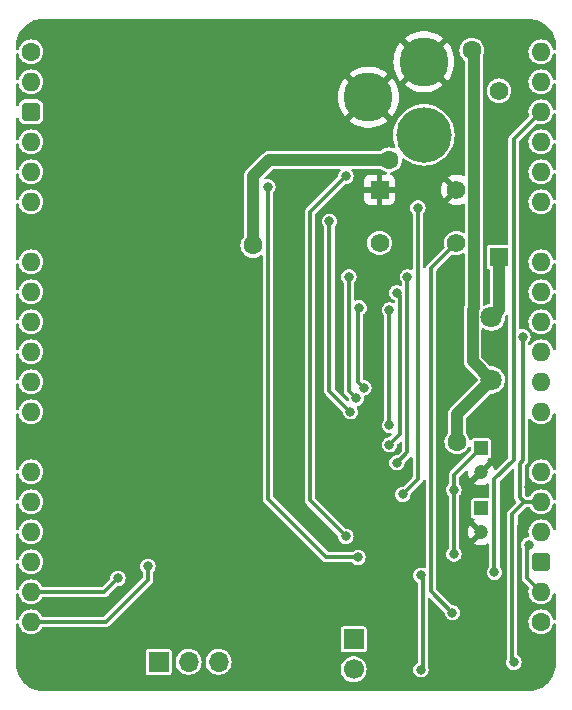
<source format=gbl>
%TF.GenerationSoftware,KiCad,Pcbnew,7.0.5*%
%TF.CreationDate,2024-02-13T10:14:44+02:00*%
%TF.ProjectId,Pico,5069636f-2e6b-4696-9361-645f70636258,V0*%
%TF.SameCoordinates,PX3efb0c0PY4d83c00*%
%TF.FileFunction,Copper,L2,Bot*%
%TF.FilePolarity,Positive*%
%FSLAX46Y46*%
G04 Gerber Fmt 4.6, Leading zero omitted, Abs format (unit mm)*
G04 Created by KiCad (PCBNEW 7.0.5) date 2024-02-13 10:14:44*
%MOMM*%
%LPD*%
G01*
G04 APERTURE LIST*
G04 Aperture macros list*
%AMRoundRect*
0 Rectangle with rounded corners*
0 $1 Rounding radius*
0 $2 $3 $4 $5 $6 $7 $8 $9 X,Y pos of 4 corners*
0 Add a 4 corners polygon primitive as box body*
4,1,4,$2,$3,$4,$5,$6,$7,$8,$9,$2,$3,0*
0 Add four circle primitives for the rounded corners*
1,1,$1+$1,$2,$3*
1,1,$1+$1,$4,$5*
1,1,$1+$1,$6,$7*
1,1,$1+$1,$8,$9*
0 Add four rect primitives between the rounded corners*
20,1,$1+$1,$2,$3,$4,$5,0*
20,1,$1+$1,$4,$5,$6,$7,0*
20,1,$1+$1,$6,$7,$8,$9,0*
20,1,$1+$1,$8,$9,$2,$3,0*%
G04 Aperture macros list end*
%TA.AperFunction,ComponentPad*%
%ADD10R,1.200000X1.200000*%
%TD*%
%TA.AperFunction,ComponentPad*%
%ADD11C,1.200000*%
%TD*%
%TA.AperFunction,ComponentPad*%
%ADD12R,1.575000X1.575000*%
%TD*%
%TA.AperFunction,ComponentPad*%
%ADD13C,1.575000*%
%TD*%
%TA.AperFunction,ComponentPad*%
%ADD14C,1.600000*%
%TD*%
%TA.AperFunction,ComponentPad*%
%ADD15O,1.600000X1.600000*%
%TD*%
%TA.AperFunction,ComponentPad*%
%ADD16RoundRect,0.400000X-0.400000X-0.400000X0.400000X-0.400000X0.400000X0.400000X-0.400000X0.400000X0*%
%TD*%
%TA.AperFunction,ComponentPad*%
%ADD17R,1.600000X1.600000*%
%TD*%
%TA.AperFunction,ComponentPad*%
%ADD18C,1.800000*%
%TD*%
%TA.AperFunction,ComponentPad*%
%ADD19R,1.700000X1.700000*%
%TD*%
%TA.AperFunction,ComponentPad*%
%ADD20C,1.700000*%
%TD*%
%TA.AperFunction,ComponentPad*%
%ADD21RoundRect,0.400000X0.400000X0.400000X-0.400000X0.400000X-0.400000X-0.400000X0.400000X-0.400000X0*%
%TD*%
%TA.AperFunction,ComponentPad*%
%ADD22C,4.700000*%
%TD*%
%TA.AperFunction,ComponentPad*%
%ADD23C,4.150000*%
%TD*%
%TA.AperFunction,ComponentPad*%
%ADD24O,1.700000X1.700000*%
%TD*%
%TA.AperFunction,ViaPad*%
%ADD25C,0.800000*%
%TD*%
%TA.AperFunction,ViaPad*%
%ADD26C,1.600000*%
%TD*%
%TA.AperFunction,Conductor*%
%ADD27C,0.380000*%
%TD*%
%TA.AperFunction,Conductor*%
%ADD28C,1.000000*%
%TD*%
G04 APERTURE END LIST*
D10*
%TO.P,C4,1*%
%TO.N,/12V*%
X38100000Y-38654401D03*
D11*
%TO.P,C4,2*%
%TO.N,/GND*%
X38100000Y-40654401D03*
%TD*%
D12*
%TO.P,S2,1,C1*%
%TO.N,/GND*%
X29516000Y-11686999D03*
D13*
%TO.P,S2,2,C2*%
X36016000Y-11686999D03*
%TO.P,S2,3,N1*%
%TO.N,/~{Reset}*%
X29516000Y-16186999D03*
%TO.P,S2,4,N2*%
X36016000Y-16186999D03*
%TD*%
D12*
%TO.P,D1,1*%
%TO.N,/12V Forward*%
X39624000Y-17402000D03*
D13*
%TO.P,D1,2*%
%TO.N,/12V Source*%
X39624000Y-3302000D03*
%TD*%
D14*
%TO.P,J2,1,Pin_1*%
%TO.N,/GPIO0*%
X0Y0D03*
D15*
%TO.P,J2,2,Pin_2*%
%TO.N,/GPIO1*%
X0Y-2540000D03*
D16*
%TO.P,J2,3,Pin_3*%
%TO.N,/GPIO2*%
X0Y-5080000D03*
D15*
%TO.P,J2,4,Pin_4*%
%TO.N,/GPIO3*%
X0Y-7620000D03*
%TO.P,J2,5,Pin_5*%
%TO.N,/GPIO4*%
X0Y-10160000D03*
%TO.P,J2,6,Pin_6*%
%TO.N,/GPIO5*%
X0Y-12700000D03*
D17*
%TO.P,J2,7,Pin_7*%
%TO.N,/GND*%
X0Y-15240000D03*
D15*
%TO.P,J2,8,Pin_8*%
%TO.N,/GPIO6*%
X0Y-17780000D03*
%TO.P,J2,9,Pin_9*%
%TO.N,/GPIO7*%
X0Y-20320000D03*
%TO.P,J2,10,Pin_10*%
%TO.N,/GPIO8*%
X0Y-22860000D03*
%TO.P,J2,11,Pin_11*%
%TO.N,/GPIO9*%
X0Y-25400000D03*
%TO.P,J2,12,Pin_12*%
%TO.N,/GPIO10*%
X0Y-27940000D03*
%TO.P,J2,13,Pin_13*%
%TO.N,/GPIO11*%
X0Y-30480000D03*
D17*
%TO.P,J2,14,Pin_14*%
%TO.N,/GND*%
X0Y-33020000D03*
D15*
%TO.P,J2,15,Pin_15*%
%TO.N,/GPIO12*%
X0Y-35560000D03*
%TO.P,J2,16,Pin_16*%
%TO.N,/GPIO13*%
X0Y-38100000D03*
%TO.P,J2,17,Pin_17*%
%TO.N,/GPIO14*%
X0Y-40640000D03*
%TO.P,J2,18,Pin_18*%
%TO.N,/GPIO15*%
X0Y-43180000D03*
%TO.P,J2,19,Pin_19*%
%TO.N,/GPIO16*%
X0Y-45720000D03*
%TO.P,J2,20,Pin_20*%
%TO.N,/GPIO17*%
X0Y-48260000D03*
%TD*%
D18*
%TO.P,S1,1,1*%
%TO.N,/12V*%
X38989000Y-27782000D03*
%TO.P,S1,2,2*%
%TO.N,/12V Forward*%
X38989000Y-22482000D03*
%TD*%
D19*
%TO.P,LED1,1,K*%
%TO.N,Net-(LED1-K)*%
X27326790Y-49747159D03*
D20*
%TO.P,LED1,2,A*%
%TO.N,/5V*%
X27326790Y-52287159D03*
%TD*%
D14*
%TO.P,J3,1,Pin_1*%
%TO.N,unconnected-(J3-Pin_1-Pad1)*%
X43180000Y-48260000D03*
D15*
%TO.P,J3,2,Pin_2*%
%TO.N,/ADC_VREF*%
X43180000Y-45720000D03*
D21*
%TO.P,J3,3,Pin_3*%
%TO.N,/5V*%
X43180000Y-43180000D03*
D15*
%TO.P,J3,4,Pin_4*%
%TO.N,unconnected-(J3-Pin_4-Pad4)*%
X43180000Y-40640000D03*
%TO.P,J3,5,Pin_5*%
%TO.N,/Run*%
X43180000Y-38100000D03*
%TO.P,J3,6,Pin_6*%
%TO.N,/GPIO28*%
X43180000Y-35560000D03*
D17*
%TO.P,J3,7,Pin_7*%
%TO.N,/GND*%
X43180000Y-33020000D03*
D15*
%TO.P,J3,8,Pin_8*%
%TO.N,/GPIO27*%
X43180000Y-30480000D03*
%TO.P,J3,9,Pin_9*%
%TO.N,/GPIO26*%
X43180000Y-27940000D03*
%TO.P,J3,10,Pin_10*%
%TO.N,/GPIO22*%
X43180000Y-25400000D03*
%TO.P,J3,11,Pin_11*%
%TO.N,/GPIO21*%
X43180000Y-22860000D03*
%TO.P,J3,12,Pin_12*%
%TO.N,/GPIO20*%
X43180000Y-20320000D03*
%TO.P,J3,13,Pin_13*%
%TO.N,/GPIO19*%
X43180000Y-17780000D03*
D17*
%TO.P,J3,14,Pin_14*%
%TO.N,/GND*%
X43180000Y-15240000D03*
D15*
%TO.P,J3,15,Pin_15*%
%TO.N,/GPIO18*%
X43180000Y-12700000D03*
%TO.P,J3,16,Pin_16*%
%TO.N,unconnected-(J3-Pin_16-Pad16)*%
X43180000Y-10160000D03*
%TO.P,J3,17,Pin_17*%
%TO.N,/A_GND*%
X43180000Y-7620000D03*
%TO.P,J3,18,Pin_18*%
%TO.N,/3.3V*%
X43180000Y-5080000D03*
%TO.P,J3,19,Pin_19*%
%TO.N,unconnected-(J3-Pin_19-Pad19)*%
X43180000Y-2540000D03*
%TO.P,J3,20,Pin_20*%
%TO.N,/12V*%
X43180000Y0D03*
%TD*%
D10*
%TO.P,C5,1*%
%TO.N,/5V*%
X38100000Y-33574399D03*
D11*
%TO.P,C5,2*%
%TO.N,/GND*%
X38100000Y-35574399D03*
%TD*%
D22*
%TO.P,J1,A1,VCC*%
%TO.N,/12V Source*%
X33274000Y-7038800D03*
D23*
%TO.P,J1,B1,GND*%
%TO.N,/GND*%
X28574000Y-3838800D03*
%TO.P,J1,C1,GND*%
X33274000Y-838800D03*
%TD*%
D19*
%TO.P,J4,1,Pin_1*%
%TO.N,Net-(J4-Pin_1)*%
X10816790Y-51649161D03*
D24*
%TO.P,J4,2,Pin_2*%
%TO.N,Net-(J4-Pin_2)*%
X13356790Y-51649161D03*
%TO.P,J4,3,Pin_3*%
%TO.N,Net-(J4-Pin_3)*%
X15896790Y-51649161D03*
%TD*%
D25*
%TO.N,/5V*%
X26670000Y-41020996D03*
X35802178Y-37095822D03*
X35814000Y-42530999D03*
X26670001Y-10541000D03*
%TO.N,/GND*%
X42545000Y-52197000D03*
X42164000Y-39370000D03*
X42164000Y-36830000D03*
X28320992Y-47370996D03*
X32385000Y-47370996D03*
X35686994Y-49403000D03*
X20447000Y-41783000D03*
X40640000Y-53086000D03*
X20320000Y-47752000D03*
X6477000Y-29210000D03*
X14224000Y-16510000D03*
X14224000Y-3810000D03*
%TO.N,/3.3V*%
X33020000Y-52324000D03*
X33020000Y-44323000D03*
X39243001Y-44069001D03*
D26*
%TO.N,/12V*%
X36068000Y-33019996D03*
X37338000Y127000D03*
D25*
%TO.N,/~{Reset}*%
X35687000Y-47498000D03*
%TO.N,/Run*%
X40894000Y-51689000D03*
X41656000Y-24130000D03*
%TO.N,/GPIO16*%
X7366000Y-44577000D03*
%TO.N,/GPIO17*%
X9906000Y-43561000D03*
%TO.N,/GPIO18*%
X31496000Y-37465000D03*
X32766000Y-13208000D03*
%TO.N,/GPIO19*%
X31877000Y-19050000D03*
X30988000Y-34798000D03*
%TO.N,/GPIO20*%
X30986512Y-20402216D03*
X30353000Y-33274000D03*
%TO.N,/GPIO21*%
X30353000Y-31623000D03*
X30352990Y-21844000D03*
%TO.N,/GPIO26*%
X27781301Y-21669733D03*
X28194000Y-28448000D03*
%TO.N,/GPIO27*%
X27559000Y-29337000D03*
X26924000Y-19050000D03*
D26*
%TO.N,/A_GND*%
X18796000Y-16383000D03*
X30353000Y-9144000D03*
D25*
%TO.N,/GPIO28*%
X27050998Y-30480000D03*
X25273000Y-14351010D03*
%TO.N,/ADC_VREF*%
X20066000Y-11430000D03*
X42137000Y-41740996D03*
X27686000Y-42799000D03*
%TD*%
D27*
%TO.N,/5V*%
X26670001Y-10541000D02*
X23622000Y-13589001D01*
X35802178Y-37095822D02*
X35814000Y-37107644D01*
X35802178Y-35872221D02*
X35802178Y-37095822D01*
X35814000Y-37107644D02*
X35814000Y-42530999D01*
X23622000Y-37972996D02*
X26670000Y-41020996D01*
X23622000Y-13589001D02*
X23622000Y-37972996D01*
X38100000Y-33574399D02*
X35802178Y-35872221D01*
%TO.N,/GND*%
X41347000Y-50999000D02*
X42545000Y-52197000D01*
X37084000Y-53086000D02*
X35686994Y-51688994D01*
X43180000Y-33020000D02*
X43180000Y-33877085D01*
X41990000Y-35067085D02*
X41990000Y-36656000D01*
X40640000Y-53086000D02*
X37084000Y-53086000D01*
X20320000Y-41910000D02*
X20447000Y-41783000D01*
X2667000Y-33020000D02*
X6477000Y-29210000D01*
X41347000Y-40187000D02*
X41347000Y-50999000D01*
X0Y-33020000D02*
X2667000Y-33020000D01*
X20320000Y-47752000D02*
X20320000Y-41910000D01*
X43180000Y-33877085D02*
X41990000Y-35067085D01*
X28320992Y-47370996D02*
X32385000Y-47370996D01*
X41990000Y-36656000D02*
X42164000Y-36830000D01*
X35686994Y-51688994D02*
X35686994Y-49403000D01*
X14224000Y-16510000D02*
X14224000Y-3810000D01*
X42164000Y-39370000D02*
X41347000Y-40187000D01*
%TO.N,/3.3V*%
X43180000Y-5080000D02*
X40866000Y-7394000D01*
X40866000Y-7394000D02*
X40866000Y-34550597D01*
X33175000Y-44478000D02*
X33175000Y-52169000D01*
X39243001Y-36173596D02*
X39243001Y-44069001D01*
X40866000Y-34550597D02*
X39243001Y-36173596D01*
X33175000Y-52169000D02*
X33020000Y-52324000D01*
X33020000Y-44323000D02*
X33175000Y-44478000D01*
D28*
%TO.N,/12V*%
X37389000Y-21819258D02*
X37389000Y-26182000D01*
X37503500Y-21704758D02*
X37389000Y-21819258D01*
X37503500Y-38500D02*
X37503500Y-21704758D01*
X37338000Y127000D02*
X37503500Y-38500D01*
X38989000Y-27782000D02*
X36068000Y-30703000D01*
X37389000Y-26182000D02*
X38989000Y-27782000D01*
X36068000Y-30703000D02*
X36068000Y-33019996D01*
%TO.N,/12V Forward*%
X38989000Y-22482000D02*
X39624000Y-21847000D01*
X39624000Y-21847000D02*
X39624000Y-17402000D01*
D27*
%TO.N,/~{Reset}*%
X35687000Y-47498000D02*
X33881000Y-45692000D01*
X33881000Y-18321999D02*
X36016000Y-16186999D01*
X33881000Y-45692000D02*
X33881000Y-18321999D01*
%TO.N,/Run*%
X41374000Y-37691000D02*
X41783000Y-38100000D01*
X40894000Y-51689000D02*
X40767000Y-51562000D01*
X41656000Y-34580841D02*
X41374000Y-34862841D01*
X40767000Y-51562000D02*
X40767000Y-39116000D01*
X41374000Y-34862841D02*
X41374000Y-37691000D01*
X40767000Y-39116000D02*
X41783000Y-38100000D01*
X41783000Y-38100000D02*
X43180000Y-38100000D01*
X41656000Y-24130000D02*
X41656000Y-34580841D01*
%TO.N,/GPIO16*%
X0Y-45720000D02*
X6223000Y-45720000D01*
X6223000Y-45720000D02*
X7366000Y-44577000D01*
%TO.N,/GPIO17*%
X0Y-48260000D02*
X6350000Y-48260000D01*
X9906000Y-44704000D02*
X9906000Y-43561000D01*
X6350000Y-48260000D02*
X9906000Y-44704000D01*
%TO.N,/GPIO18*%
X32766000Y-36195000D02*
X31496000Y-37465000D01*
X32766000Y-13208000D02*
X32766000Y-36195000D01*
%TO.N,/GPIO19*%
X31877000Y-19050000D02*
X31877000Y-33909000D01*
X31877000Y-33909000D02*
X30988000Y-34798000D01*
%TO.N,/GPIO20*%
X31247615Y-32379385D02*
X31247615Y-20663319D01*
X31247615Y-20663319D02*
X30986512Y-20402216D01*
X30353000Y-33274000D02*
X31247615Y-32379385D01*
%TO.N,/GPIO21*%
X30352990Y-31622990D02*
X30353000Y-31623000D01*
X30352990Y-21844000D02*
X30352990Y-31622990D01*
%TO.N,/GPIO26*%
X27686000Y-21765034D02*
X27781301Y-21669733D01*
X27686000Y-27940000D02*
X27686000Y-21765034D01*
X28194000Y-28448000D02*
X27686000Y-27940000D01*
%TO.N,/GPIO27*%
X26924000Y-19050000D02*
X26924000Y-28702000D01*
X26924000Y-28702000D02*
X27559000Y-29337000D01*
D28*
%TO.N,/A_GND*%
X20193000Y-9144000D02*
X30353000Y-9144000D01*
X18796000Y-16383000D02*
X18796000Y-10541000D01*
X18796000Y-10541000D02*
X20193000Y-9144000D01*
D27*
%TO.N,/GPIO28*%
X27050998Y-30480000D02*
X25273000Y-28702002D01*
X25273000Y-28702002D02*
X25273000Y-14351010D01*
%TO.N,/ADC_VREF*%
X20066000Y-37846000D02*
X25019000Y-42799000D01*
X41990000Y-41887996D02*
X42137000Y-41740996D01*
X41990000Y-44530000D02*
X41990000Y-41887996D01*
X43180000Y-45720000D02*
X41990000Y-44530000D01*
X25019000Y-42799000D02*
X27686000Y-42799000D01*
X20066000Y-11430000D02*
X20066000Y-37846000D01*
%TD*%
%TA.AperFunction,Conductor*%
%TO.N,/GND*%
G36*
X41275000Y-6362037D02*
G01*
X40574481Y-7062557D01*
X40569294Y-7067192D01*
X40539443Y-7090998D01*
X40539441Y-7091000D01*
X40507331Y-7138096D01*
X40505991Y-7139984D01*
X40472148Y-7185841D01*
X40468248Y-7193221D01*
X40464640Y-7200715D01*
X40447841Y-7255172D01*
X40447117Y-7257372D01*
X40428290Y-7311178D01*
X40426745Y-7319340D01*
X40425500Y-7327605D01*
X40425500Y-7384595D01*
X40425457Y-7386879D01*
X40424634Y-7408869D01*
X40423324Y-7443877D01*
X40424365Y-7453110D01*
X40423508Y-7453206D01*
X40425500Y-7468319D01*
X40425500Y-16240000D01*
X40405815Y-16307039D01*
X40353011Y-16352794D01*
X40301500Y-16364000D01*
X38811823Y-16364000D01*
X38738764Y-16378532D01*
X38738760Y-16378533D01*
X38655899Y-16433899D01*
X38600533Y-16516760D01*
X38600532Y-16516764D01*
X38586000Y-16589821D01*
X38586000Y-18214178D01*
X38600532Y-18287235D01*
X38600533Y-18287239D01*
X38600534Y-18287240D01*
X38655899Y-18370101D01*
X38719591Y-18412658D01*
X38738760Y-18425466D01*
X38738764Y-18425467D01*
X38773691Y-18432415D01*
X38835602Y-18464800D01*
X38870176Y-18525515D01*
X38873500Y-18554032D01*
X38873500Y-21230192D01*
X38853815Y-21297231D01*
X38801011Y-21342986D01*
X38772287Y-21352080D01*
X38672807Y-21370677D01*
X38672800Y-21370679D01*
X38473982Y-21447701D01*
X38473977Y-21447704D01*
X38443276Y-21466713D01*
X38375914Y-21485267D01*
X38309216Y-21464458D01*
X38264355Y-21410892D01*
X38254000Y-21361285D01*
X38254000Y-3301999D01*
X38580978Y-3301999D01*
X38601018Y-3505481D01*
X38660374Y-3701151D01*
X38756755Y-3881466D01*
X38756760Y-3881473D01*
X38886471Y-4039528D01*
X38918003Y-4065405D01*
X39044528Y-4169241D01*
X39044531Y-4169242D01*
X39044533Y-4169244D01*
X39224848Y-4265625D01*
X39224850Y-4265625D01*
X39224853Y-4265627D01*
X39420517Y-4324981D01*
X39624000Y-4345022D01*
X39827483Y-4324981D01*
X40023147Y-4265627D01*
X40203472Y-4169241D01*
X40361528Y-4039528D01*
X40491241Y-3881472D01*
X40587627Y-3701147D01*
X40646981Y-3505483D01*
X40667022Y-3302000D01*
X40646981Y-3098517D01*
X40587627Y-2902853D01*
X40587625Y-2902850D01*
X40587625Y-2902848D01*
X40491244Y-2722533D01*
X40491242Y-2722531D01*
X40491241Y-2722528D01*
X40387268Y-2595836D01*
X40361528Y-2564471D01*
X40203473Y-2434760D01*
X40203466Y-2434755D01*
X40023151Y-2338374D01*
X39827481Y-2279018D01*
X39624000Y-2258978D01*
X39420518Y-2279018D01*
X39224848Y-2338374D01*
X39044533Y-2434755D01*
X39044526Y-2434760D01*
X38886471Y-2564471D01*
X38756760Y-2722526D01*
X38756755Y-2722533D01*
X38660374Y-2902848D01*
X38601018Y-3098518D01*
X38580978Y-3301999D01*
X38254000Y-3301999D01*
X38254000Y-418829D01*
X38268642Y-360375D01*
X38313232Y-276954D01*
X38373300Y-78934D01*
X38393583Y127000D01*
X38373300Y332934D01*
X38313232Y530954D01*
X38215685Y713450D01*
X38147421Y796631D01*
X38084410Y873411D01*
X37924452Y1004683D01*
X37924453Y1004683D01*
X37924450Y1004685D01*
X37741954Y1102232D01*
X37543934Y1162300D01*
X37543932Y1162301D01*
X37543934Y1162301D01*
X37356463Y1180765D01*
X37338000Y1182583D01*
X37337999Y1182583D01*
X37132067Y1162301D01*
X36934043Y1102231D01*
X36823898Y1043357D01*
X36751550Y1004685D01*
X36751548Y1004684D01*
X36751547Y1004683D01*
X36591589Y873411D01*
X36460317Y713453D01*
X36460315Y713450D01*
X36421643Y641102D01*
X36362769Y530957D01*
X36302699Y332933D01*
X36282417Y127001D01*
X36302699Y-78932D01*
X36302700Y-78934D01*
X36362768Y-276954D01*
X36460315Y-459450D01*
X36460317Y-459452D01*
X36591589Y-619410D01*
X36646809Y-664726D01*
X36707665Y-714670D01*
X36746999Y-772413D01*
X36753000Y-810522D01*
X36753000Y-10415427D01*
X36733315Y-10482466D01*
X36680511Y-10528221D01*
X36611353Y-10538165D01*
X36576596Y-10527809D01*
X36458039Y-10472525D01*
X36458025Y-10472520D01*
X36240431Y-10414217D01*
X36240421Y-10414215D01*
X36016001Y-10394581D01*
X36015999Y-10394581D01*
X35791578Y-10414215D01*
X35791568Y-10414217D01*
X35573974Y-10472520D01*
X35573965Y-10472524D01*
X35369787Y-10567734D01*
X35299502Y-10616947D01*
X35299501Y-10616948D01*
X35883466Y-11200912D01*
X35873685Y-11202319D01*
X35742900Y-11262047D01*
X35634239Y-11356201D01*
X35556507Y-11477155D01*
X35532923Y-11557474D01*
X34945949Y-10970500D01*
X34945948Y-10970501D01*
X34896735Y-11040786D01*
X34801525Y-11244964D01*
X34801521Y-11244973D01*
X34743218Y-11462567D01*
X34743216Y-11462577D01*
X34723582Y-11686998D01*
X34723582Y-11686999D01*
X34743216Y-11911420D01*
X34743218Y-11911430D01*
X34801521Y-12129024D01*
X34801525Y-12129033D01*
X34896732Y-12333206D01*
X34896733Y-12333208D01*
X34945949Y-12403496D01*
X35532923Y-11816522D01*
X35556507Y-11896843D01*
X35634239Y-12017797D01*
X35742900Y-12111951D01*
X35873685Y-12171679D01*
X35883464Y-12173085D01*
X35299501Y-12757048D01*
X35369791Y-12806266D01*
X35573965Y-12901473D01*
X35573974Y-12901477D01*
X35791568Y-12959780D01*
X35791578Y-12959782D01*
X36015999Y-12979417D01*
X36016001Y-12979417D01*
X36240421Y-12959782D01*
X36240431Y-12959780D01*
X36458025Y-12901477D01*
X36458034Y-12901474D01*
X36576595Y-12846188D01*
X36645672Y-12835696D01*
X36709456Y-12864216D01*
X36747696Y-12922692D01*
X36753000Y-12958570D01*
X36753000Y-15197076D01*
X36733315Y-15264115D01*
X36680511Y-15309870D01*
X36611353Y-15319814D01*
X36570547Y-15306434D01*
X36415151Y-15223373D01*
X36219481Y-15164017D01*
X36016000Y-15143977D01*
X35812518Y-15164017D01*
X35616848Y-15223373D01*
X35436533Y-15319754D01*
X35436526Y-15319759D01*
X35278471Y-15449470D01*
X35148760Y-15607525D01*
X35148755Y-15607532D01*
X35052374Y-15787847D01*
X34993018Y-15983517D01*
X34972978Y-16186999D01*
X34993018Y-16390481D01*
X34993019Y-16390484D01*
X35017186Y-16470156D01*
X35017809Y-16540023D01*
X34986206Y-16593830D01*
X33589481Y-17990556D01*
X33584294Y-17995191D01*
X33554443Y-18018997D01*
X33554441Y-18018999D01*
X33522331Y-18066095D01*
X33520991Y-18067983D01*
X33487148Y-18113840D01*
X33483248Y-18121220D01*
X33479640Y-18128714D01*
X33462841Y-18183172D01*
X33462116Y-18185373D01*
X33447541Y-18227028D01*
X33406819Y-18283804D01*
X33341867Y-18309552D01*
X33273305Y-18296096D01*
X33222902Y-18247709D01*
X33206500Y-18186077D01*
X33206500Y-13742617D01*
X33226185Y-13675579D01*
X33248274Y-13649801D01*
X33256483Y-13642530D01*
X33346220Y-13512523D01*
X33402237Y-13364818D01*
X33421278Y-13208000D01*
X33402237Y-13051182D01*
X33346220Y-12903477D01*
X33256483Y-12773470D01*
X33138240Y-12668717D01*
X33138238Y-12668716D01*
X33138237Y-12668715D01*
X32998365Y-12595303D01*
X32844986Y-12557500D01*
X32844985Y-12557500D01*
X32687015Y-12557500D01*
X32687014Y-12557500D01*
X32533634Y-12595303D01*
X32393762Y-12668715D01*
X32275516Y-12773471D01*
X32185781Y-12903475D01*
X32185780Y-12903476D01*
X32129762Y-13051181D01*
X32110722Y-13207999D01*
X32110722Y-13208000D01*
X32129762Y-13364818D01*
X32162968Y-13452373D01*
X32185780Y-13512523D01*
X32275517Y-13642530D01*
X32283723Y-13649800D01*
X32320852Y-13708987D01*
X32325500Y-13742618D01*
X32325500Y-18345619D01*
X32305815Y-18412658D01*
X32253011Y-18458413D01*
X32183853Y-18468357D01*
X32143875Y-18455416D01*
X32109364Y-18437303D01*
X31955986Y-18399500D01*
X31955985Y-18399500D01*
X31798015Y-18399500D01*
X31798014Y-18399500D01*
X31644634Y-18437303D01*
X31504762Y-18510715D01*
X31386516Y-18615471D01*
X31296781Y-18745475D01*
X31296780Y-18745476D01*
X31240762Y-18893181D01*
X31221722Y-19049999D01*
X31221722Y-19050000D01*
X31240762Y-19206818D01*
X31296779Y-19354523D01*
X31296780Y-19354523D01*
X31386517Y-19484530D01*
X31394726Y-19491803D01*
X31431853Y-19550992D01*
X31436499Y-19584618D01*
X31436499Y-19698615D01*
X31416814Y-19765654D01*
X31364010Y-19811409D01*
X31294852Y-19821353D01*
X31254875Y-19808412D01*
X31218878Y-19789520D01*
X31218877Y-19789519D01*
X31065498Y-19751716D01*
X31065497Y-19751716D01*
X30907527Y-19751716D01*
X30907526Y-19751716D01*
X30754146Y-19789519D01*
X30614274Y-19862931D01*
X30496028Y-19967687D01*
X30406293Y-20097691D01*
X30406292Y-20097692D01*
X30350274Y-20245397D01*
X30331234Y-20402215D01*
X30331234Y-20402216D01*
X30350274Y-20559034D01*
X30406292Y-20706738D01*
X30406292Y-20706739D01*
X30496029Y-20836746D01*
X30614272Y-20941499D01*
X30740743Y-21007877D01*
X30790952Y-21056459D01*
X30807114Y-21117671D01*
X30807114Y-21142571D01*
X30787429Y-21209610D01*
X30734625Y-21255365D01*
X30665467Y-21265309D01*
X30625488Y-21252367D01*
X30585355Y-21231303D01*
X30431976Y-21193500D01*
X30431975Y-21193500D01*
X30274005Y-21193500D01*
X30274004Y-21193500D01*
X30120624Y-21231303D01*
X29980752Y-21304715D01*
X29862506Y-21409471D01*
X29772771Y-21539475D01*
X29772770Y-21539476D01*
X29716752Y-21687181D01*
X29697712Y-21843999D01*
X29697712Y-21844000D01*
X29716752Y-22000818D01*
X29772770Y-22148523D01*
X29772771Y-22148524D01*
X29823308Y-22221741D01*
X29862507Y-22278530D01*
X29870713Y-22285800D01*
X29907842Y-22344987D01*
X29912490Y-22378618D01*
X29912490Y-31088389D01*
X29892805Y-31155428D01*
X29870720Y-31181201D01*
X29862520Y-31188465D01*
X29862518Y-31188467D01*
X29772781Y-31318475D01*
X29772780Y-31318476D01*
X29716762Y-31466181D01*
X29697722Y-31622999D01*
X29697722Y-31623000D01*
X29716762Y-31779818D01*
X29772779Y-31927523D01*
X29772780Y-31927523D01*
X29862517Y-32057530D01*
X29980760Y-32162283D01*
X29980762Y-32162284D01*
X30120634Y-32235696D01*
X30274014Y-32273500D01*
X30431177Y-32273500D01*
X30498216Y-32293185D01*
X30543971Y-32345989D01*
X30553915Y-32415147D01*
X30524890Y-32478703D01*
X30518858Y-32485181D01*
X30416858Y-32587181D01*
X30355535Y-32620666D01*
X30329177Y-32623500D01*
X30274014Y-32623500D01*
X30120634Y-32661303D01*
X29980762Y-32734715D01*
X29862516Y-32839471D01*
X29772781Y-32969475D01*
X29772780Y-32969476D01*
X29716762Y-33117181D01*
X29697722Y-33273999D01*
X29697722Y-33274000D01*
X29716762Y-33430818D01*
X29738721Y-33488717D01*
X29772780Y-33578523D01*
X29862517Y-33708530D01*
X29980760Y-33813283D01*
X29980762Y-33813284D01*
X30120634Y-33886696D01*
X30274014Y-33924500D01*
X30274015Y-33924500D01*
X30431985Y-33924500D01*
X30585365Y-33886696D01*
X30637900Y-33859123D01*
X30725240Y-33813283D01*
X30843483Y-33708530D01*
X30933220Y-33578523D01*
X30989237Y-33430818D01*
X31007587Y-33279690D01*
X31035207Y-33215515D01*
X31042989Y-33206970D01*
X31224820Y-33025140D01*
X31286142Y-32991656D01*
X31355834Y-32996640D01*
X31411767Y-33038512D01*
X31436184Y-33103976D01*
X31436500Y-33112822D01*
X31436499Y-33675176D01*
X31416814Y-33742216D01*
X31400180Y-33762857D01*
X31051858Y-34111181D01*
X30990535Y-34144666D01*
X30964177Y-34147500D01*
X30909014Y-34147500D01*
X30755634Y-34185303D01*
X30615762Y-34258715D01*
X30497516Y-34363471D01*
X30407781Y-34493475D01*
X30407780Y-34493476D01*
X30351762Y-34641181D01*
X30332722Y-34797999D01*
X30332722Y-34798000D01*
X30351762Y-34954818D01*
X30386079Y-35045302D01*
X30407780Y-35102523D01*
X30497517Y-35232530D01*
X30615760Y-35337283D01*
X30615762Y-35337284D01*
X30755634Y-35410696D01*
X30909014Y-35448500D01*
X30909015Y-35448500D01*
X31066985Y-35448500D01*
X31220365Y-35410696D01*
X31247274Y-35396573D01*
X31360240Y-35337283D01*
X31478483Y-35232530D01*
X31568220Y-35102523D01*
X31624237Y-34954818D01*
X31642587Y-34803690D01*
X31670207Y-34739515D01*
X31677990Y-34730969D01*
X32113819Y-34295140D01*
X32175142Y-34261656D01*
X32244834Y-34266640D01*
X32300767Y-34308512D01*
X32325184Y-34373976D01*
X32325500Y-34382822D01*
X32325500Y-35961176D01*
X32305815Y-36028215D01*
X32289181Y-36048857D01*
X31559858Y-36778181D01*
X31498535Y-36811666D01*
X31472177Y-36814500D01*
X31417014Y-36814500D01*
X31263634Y-36852303D01*
X31123762Y-36925715D01*
X31005516Y-37030471D01*
X30915781Y-37160475D01*
X30915780Y-37160476D01*
X30859762Y-37308181D01*
X30840722Y-37464999D01*
X30840722Y-37465000D01*
X30859762Y-37621818D01*
X30892317Y-37707656D01*
X30915780Y-37769523D01*
X31005517Y-37899530D01*
X31123760Y-38004283D01*
X31123762Y-38004284D01*
X31263634Y-38077696D01*
X31417014Y-38115500D01*
X31417015Y-38115500D01*
X31574985Y-38115500D01*
X31728365Y-38077696D01*
X31787220Y-38046806D01*
X31868240Y-38004283D01*
X31986483Y-37899530D01*
X32076220Y-37769523D01*
X32132237Y-37621818D01*
X32150587Y-37470690D01*
X32178207Y-37406515D01*
X32185990Y-37397969D01*
X33057528Y-36526431D01*
X33062696Y-36521812D01*
X33092557Y-36498001D01*
X33124684Y-36450877D01*
X33125986Y-36449042D01*
X33159852Y-36403158D01*
X33159853Y-36403156D01*
X33163741Y-36395798D01*
X33167359Y-36388287D01*
X33167360Y-36388285D01*
X33184166Y-36333796D01*
X33184881Y-36331625D01*
X33185127Y-36330924D01*
X33191095Y-36313866D01*
X33199460Y-36289966D01*
X33240183Y-36233191D01*
X33305137Y-36207446D01*
X33373698Y-36220904D01*
X33424099Y-36269293D01*
X33440500Y-36330924D01*
X33440500Y-43603923D01*
X33420815Y-43670962D01*
X33368011Y-43716717D01*
X33298853Y-43726661D01*
X33258879Y-43713722D01*
X33252365Y-43710303D01*
X33098986Y-43672500D01*
X33098985Y-43672500D01*
X32941015Y-43672500D01*
X32941014Y-43672500D01*
X32787634Y-43710303D01*
X32647762Y-43783715D01*
X32529516Y-43888471D01*
X32439781Y-44018475D01*
X32439780Y-44018476D01*
X32383762Y-44166181D01*
X32364722Y-44322999D01*
X32364722Y-44323000D01*
X32383762Y-44479818D01*
X32432484Y-44608285D01*
X32439780Y-44627523D01*
X32529517Y-44757530D01*
X32647760Y-44862283D01*
X32668126Y-44872971D01*
X32718338Y-44921555D01*
X32734500Y-44982768D01*
X32734500Y-51664231D01*
X32714815Y-51731270D01*
X32668129Y-51774026D01*
X32647760Y-51784716D01*
X32647760Y-51784717D01*
X32531292Y-51887898D01*
X32529516Y-51889471D01*
X32439781Y-52019475D01*
X32439780Y-52019476D01*
X32383762Y-52167181D01*
X32364722Y-52323999D01*
X32364722Y-52324000D01*
X32383762Y-52480818D01*
X32427785Y-52596896D01*
X32439780Y-52628523D01*
X32529517Y-52758530D01*
X32647760Y-52863283D01*
X32647762Y-52863284D01*
X32787634Y-52936696D01*
X32941014Y-52974500D01*
X32941015Y-52974500D01*
X33098985Y-52974500D01*
X33252365Y-52936696D01*
X33252365Y-52936695D01*
X33392240Y-52863283D01*
X33510483Y-52758530D01*
X33600220Y-52628523D01*
X33656237Y-52480818D01*
X33675278Y-52324000D01*
X33656237Y-52167182D01*
X33623558Y-52081014D01*
X33615500Y-52037043D01*
X33615500Y-46348823D01*
X33635185Y-46281784D01*
X33687989Y-46236029D01*
X33757147Y-46226085D01*
X33820703Y-46255110D01*
X33827181Y-46261142D01*
X34996998Y-47430959D01*
X35030483Y-47492282D01*
X35032413Y-47503693D01*
X35050763Y-47654818D01*
X35106780Y-47802523D01*
X35196517Y-47932530D01*
X35314760Y-48037283D01*
X35314762Y-48037284D01*
X35454634Y-48110696D01*
X35608014Y-48148500D01*
X35608015Y-48148500D01*
X35765985Y-48148500D01*
X35919365Y-48110696D01*
X35944986Y-48097249D01*
X36059240Y-48037283D01*
X36177483Y-47932530D01*
X36267220Y-47802523D01*
X36323237Y-47654818D01*
X36342278Y-47498000D01*
X36323237Y-47341182D01*
X36267220Y-47193477D01*
X36177483Y-47063470D01*
X36059240Y-46958717D01*
X36059238Y-46958716D01*
X36059237Y-46958715D01*
X35919365Y-46885303D01*
X35765986Y-46847500D01*
X35765985Y-46847500D01*
X35710823Y-46847500D01*
X35643784Y-46827815D01*
X35623142Y-46811181D01*
X34357819Y-45545858D01*
X34324334Y-45484535D01*
X34321500Y-45458177D01*
X34321500Y-18555821D01*
X34341185Y-18488782D01*
X34357814Y-18468145D01*
X35609169Y-17216789D01*
X35670490Y-17183306D01*
X35732842Y-17185810D01*
X35812517Y-17209980D01*
X36016000Y-17230021D01*
X36219483Y-17209980D01*
X36415147Y-17150626D01*
X36570547Y-17067562D01*
X36638948Y-17053321D01*
X36704192Y-17078321D01*
X36745563Y-17134625D01*
X36752999Y-17176921D01*
X36752999Y-21379843D01*
X36741380Y-21432250D01*
X36713812Y-21491368D01*
X36713027Y-21492989D01*
X36678957Y-21560830D01*
X36676488Y-21567615D01*
X36676432Y-21567594D01*
X36673960Y-21574708D01*
X36674015Y-21574727D01*
X36671743Y-21581583D01*
X36656391Y-21655928D01*
X36656001Y-21657686D01*
X36638499Y-21731537D01*
X36637661Y-21738712D01*
X36637601Y-21738705D01*
X36636835Y-21746203D01*
X36636895Y-21746209D01*
X36636265Y-21753398D01*
X36638474Y-21829288D01*
X36638500Y-21831091D01*
X36638500Y-26118294D01*
X36637191Y-26136263D01*
X36633710Y-26160025D01*
X36638264Y-26212064D01*
X36638500Y-26217470D01*
X36638500Y-26225712D01*
X36642202Y-26257391D01*
X36642386Y-26259185D01*
X36649000Y-26334792D01*
X36650461Y-26341867D01*
X36650403Y-26341878D01*
X36652034Y-26349237D01*
X36652092Y-26349224D01*
X36653757Y-26356249D01*
X36679708Y-26427551D01*
X36680299Y-26429253D01*
X36704182Y-26501326D01*
X36707236Y-26507874D01*
X36707182Y-26507898D01*
X36710470Y-26514688D01*
X36710521Y-26514663D01*
X36713761Y-26521113D01*
X36713762Y-26521114D01*
X36713763Y-26521117D01*
X36755494Y-26584567D01*
X36756443Y-26586058D01*
X36784472Y-26631500D01*
X36796289Y-26650657D01*
X36800766Y-26656319D01*
X36800719Y-26656356D01*
X36805482Y-26662202D01*
X36805528Y-26662164D01*
X36810173Y-26667699D01*
X36865364Y-26719769D01*
X36866658Y-26721026D01*
X37800386Y-27654754D01*
X37833871Y-27716077D01*
X37836176Y-27753872D01*
X37833571Y-27781994D01*
X37833571Y-27782004D01*
X37836176Y-27810125D01*
X37822760Y-27878694D01*
X37800386Y-27909244D01*
X35582358Y-30127272D01*
X35568729Y-30139051D01*
X35549468Y-30153390D01*
X35515898Y-30193397D01*
X35512253Y-30197376D01*
X35506407Y-30203223D01*
X35486618Y-30228251D01*
X35485481Y-30229647D01*
X35436694Y-30287790D01*
X35432729Y-30293819D01*
X35432682Y-30293788D01*
X35428630Y-30300147D01*
X35428679Y-30300177D01*
X35424889Y-30306321D01*
X35392812Y-30375110D01*
X35392027Y-30376731D01*
X35357957Y-30444572D01*
X35355488Y-30451357D01*
X35355432Y-30451336D01*
X35352960Y-30458450D01*
X35353015Y-30458469D01*
X35350743Y-30465325D01*
X35335391Y-30539670D01*
X35335001Y-30541428D01*
X35317499Y-30615279D01*
X35316661Y-30622454D01*
X35316601Y-30622447D01*
X35315835Y-30629945D01*
X35315895Y-30629951D01*
X35315265Y-30637140D01*
X35317474Y-30713030D01*
X35317500Y-30714833D01*
X35317500Y-32234201D01*
X35297815Y-32301240D01*
X35289354Y-32312865D01*
X35190311Y-32433551D01*
X35092769Y-32616037D01*
X35032699Y-32814063D01*
X35012417Y-33019995D01*
X35032699Y-33225928D01*
X35062733Y-33324940D01*
X35092768Y-33423950D01*
X35190315Y-33606446D01*
X35190317Y-33606448D01*
X35321589Y-33766406D01*
X35378710Y-33813283D01*
X35481550Y-33897681D01*
X35664046Y-33995228D01*
X35862066Y-34055296D01*
X35862065Y-34055296D01*
X35882348Y-34057293D01*
X36068000Y-34075579D01*
X36273934Y-34055296D01*
X36471954Y-33995228D01*
X36654450Y-33897681D01*
X36814410Y-33766406D01*
X36945685Y-33606446D01*
X37016142Y-33474630D01*
X37065105Y-33424787D01*
X37133243Y-33409327D01*
X37198922Y-33433159D01*
X37241291Y-33488717D01*
X37249500Y-33533086D01*
X37249499Y-33750575D01*
X37229814Y-33817614D01*
X37213180Y-33838255D01*
X35510659Y-35540778D01*
X35505472Y-35545413D01*
X35475621Y-35569219D01*
X35475619Y-35569221D01*
X35443509Y-35616317D01*
X35442169Y-35618205D01*
X35408326Y-35664062D01*
X35404426Y-35671442D01*
X35400818Y-35678936D01*
X35384019Y-35733393D01*
X35383295Y-35735593D01*
X35364468Y-35789399D01*
X35362923Y-35797561D01*
X35361678Y-35805826D01*
X35361678Y-35862816D01*
X35361635Y-35865100D01*
X35361288Y-35874399D01*
X35359502Y-35922098D01*
X35360543Y-35931331D01*
X35359691Y-35931426D01*
X35361677Y-35946540D01*
X35361678Y-36561203D01*
X35341994Y-36628242D01*
X35319905Y-36654018D01*
X35311696Y-36661290D01*
X35221959Y-36791297D01*
X35221958Y-36791298D01*
X35165940Y-36939003D01*
X35146900Y-37095821D01*
X35146900Y-37095822D01*
X35165940Y-37252640D01*
X35187005Y-37308182D01*
X35221958Y-37400345D01*
X35311695Y-37530352D01*
X35331724Y-37548096D01*
X35368853Y-37607284D01*
X35373500Y-37640913D01*
X35373500Y-41996380D01*
X35353815Y-42063419D01*
X35331727Y-42089195D01*
X35323518Y-42096467D01*
X35233781Y-42226474D01*
X35233780Y-42226475D01*
X35177762Y-42374180D01*
X35158722Y-42530998D01*
X35158722Y-42530999D01*
X35177762Y-42687817D01*
X35219929Y-42799000D01*
X35233780Y-42835522D01*
X35323517Y-42965529D01*
X35441760Y-43070282D01*
X35441762Y-43070283D01*
X35581634Y-43143695D01*
X35735014Y-43181499D01*
X35735015Y-43181499D01*
X35892985Y-43181499D01*
X36046365Y-43143695D01*
X36079184Y-43126470D01*
X36186240Y-43070282D01*
X36304483Y-42965529D01*
X36394220Y-42835522D01*
X36450237Y-42687817D01*
X36469278Y-42530999D01*
X36464844Y-42494477D01*
X36450237Y-42374180D01*
X36428992Y-42318162D01*
X36394220Y-42226476D01*
X36304483Y-42096469D01*
X36304481Y-42096467D01*
X36296273Y-42089195D01*
X36259146Y-42030006D01*
X36254500Y-41996380D01*
X36254500Y-40654401D01*
X36995287Y-40654401D01*
X37014096Y-40857390D01*
X37014097Y-40857393D01*
X37069883Y-41053464D01*
X37069886Y-41053470D01*
X37160754Y-41235957D01*
X37160755Y-41235958D01*
X37162533Y-41238313D01*
X37746447Y-40654401D01*
X37746447Y-40654400D01*
X37162533Y-40070486D01*
X37160754Y-40072844D01*
X37069886Y-40255331D01*
X37069883Y-40255337D01*
X37014097Y-40451408D01*
X37014096Y-40451411D01*
X36995287Y-40654400D01*
X36995287Y-40654401D01*
X36254500Y-40654401D01*
X36254500Y-37619967D01*
X36274185Y-37552928D01*
X36288274Y-37536487D01*
X36287687Y-37535967D01*
X36292659Y-37530354D01*
X36292659Y-37530353D01*
X36292661Y-37530352D01*
X36382398Y-37400345D01*
X36438415Y-37252640D01*
X36457456Y-37095822D01*
X36438415Y-36939004D01*
X36382398Y-36791299D01*
X36292661Y-36661292D01*
X36292659Y-36661290D01*
X36284451Y-36654018D01*
X36247324Y-36594829D01*
X36242678Y-36561203D01*
X36242678Y-36106043D01*
X36262363Y-36039004D01*
X36278992Y-36018367D01*
X36785416Y-35511943D01*
X36846735Y-35478461D01*
X36916426Y-35483445D01*
X36972360Y-35525316D01*
X36996564Y-35588185D01*
X37014097Y-35777388D01*
X37014097Y-35777391D01*
X37069883Y-35973462D01*
X37069886Y-35973468D01*
X37160754Y-36155955D01*
X37160755Y-36155956D01*
X37162533Y-36158311D01*
X37804654Y-35516190D01*
X37796105Y-35546239D01*
X37806454Y-35657920D01*
X37856448Y-35758321D01*
X37939334Y-35833883D01*
X38043920Y-35874399D01*
X38127802Y-35874399D01*
X38159473Y-35868478D01*
X38100000Y-35927952D01*
X37519310Y-36508639D01*
X37519311Y-36508640D01*
X37607581Y-36563294D01*
X37607588Y-36563298D01*
X37797678Y-36636938D01*
X37998072Y-36674399D01*
X38201928Y-36674399D01*
X38402321Y-36636938D01*
X38592415Y-36563296D01*
X38613223Y-36550413D01*
X38680584Y-36531857D01*
X38747283Y-36552665D01*
X38792145Y-36606230D01*
X38802501Y-36655840D01*
X38802501Y-37679901D01*
X38782816Y-37746940D01*
X38730012Y-37792695D01*
X38678501Y-37803901D01*
X37475323Y-37803901D01*
X37402264Y-37818433D01*
X37402260Y-37818434D01*
X37319399Y-37873800D01*
X37264033Y-37956661D01*
X37264032Y-37956665D01*
X37249500Y-38029722D01*
X37249500Y-39279079D01*
X37264032Y-39352136D01*
X37264033Y-39352140D01*
X37264034Y-39352141D01*
X37319399Y-39435002D01*
X37397498Y-39487185D01*
X37402260Y-39490367D01*
X37402263Y-39490368D01*
X37463112Y-39502472D01*
X37525022Y-39534857D01*
X37559597Y-39595573D01*
X37555857Y-39665342D01*
X37519882Y-39715228D01*
X37519310Y-39720159D01*
X38100000Y-40300848D01*
X38153553Y-40354401D01*
X38072198Y-40354401D01*
X37989750Y-40369813D01*
X37894390Y-40428858D01*
X37826799Y-40518363D01*
X37796105Y-40626241D01*
X37806454Y-40737922D01*
X37856448Y-40838323D01*
X37939334Y-40913885D01*
X38043920Y-40954401D01*
X38127802Y-40954401D01*
X38159470Y-40948481D01*
X37519310Y-41588641D01*
X37519311Y-41588642D01*
X37607581Y-41643296D01*
X37607588Y-41643300D01*
X37797678Y-41716940D01*
X37998072Y-41754401D01*
X38201928Y-41754401D01*
X38402321Y-41716940D01*
X38592413Y-41643299D01*
X38613220Y-41630416D01*
X38680580Y-41611859D01*
X38747280Y-41632666D01*
X38792143Y-41686230D01*
X38802500Y-41735842D01*
X38802500Y-43534382D01*
X38782815Y-43601421D01*
X38760731Y-43627194D01*
X38752521Y-43634467D01*
X38752516Y-43634473D01*
X38662782Y-43764476D01*
X38662781Y-43764477D01*
X38606763Y-43912182D01*
X38587723Y-44069000D01*
X38587723Y-44069001D01*
X38606763Y-44225819D01*
X38662780Y-44373523D01*
X38662781Y-44373524D01*
X38752518Y-44503531D01*
X38870761Y-44608284D01*
X38870763Y-44608285D01*
X39010635Y-44681697D01*
X39164015Y-44719501D01*
X39164016Y-44719501D01*
X39321986Y-44719501D01*
X39475366Y-44681697D01*
X39527903Y-44654123D01*
X39615241Y-44608284D01*
X39733484Y-44503531D01*
X39823221Y-44373524D01*
X39879238Y-44225819D01*
X39898279Y-44069001D01*
X39894481Y-44037717D01*
X39879238Y-43912182D01*
X39830517Y-43783717D01*
X39823221Y-43764478D01*
X39733484Y-43634471D01*
X39733482Y-43634469D01*
X39725274Y-43627197D01*
X39688147Y-43568008D01*
X39683501Y-43534382D01*
X39683501Y-36407418D01*
X39703186Y-36340379D01*
X39719820Y-36319737D01*
X40306164Y-35733393D01*
X40721820Y-35317737D01*
X40783142Y-35284253D01*
X40852834Y-35289237D01*
X40908767Y-35331109D01*
X40933184Y-35396573D01*
X40933500Y-35405419D01*
X40933500Y-37662771D01*
X40933110Y-37669719D01*
X40928834Y-37707656D01*
X40934728Y-37738805D01*
X40939438Y-37763698D01*
X40939821Y-37765952D01*
X40943526Y-37790535D01*
X40948156Y-37821254D01*
X40948315Y-37822305D01*
X40950781Y-37830301D01*
X40953521Y-37838130D01*
X40980145Y-37888504D01*
X40981190Y-37890574D01*
X41005930Y-37941948D01*
X41010586Y-37948778D01*
X41015569Y-37955528D01*
X41015571Y-37955532D01*
X41055876Y-37995837D01*
X41057459Y-37997481D01*
X41074925Y-38016304D01*
X41106095Y-38078836D01*
X41098509Y-38148292D01*
X41071709Y-38188328D01*
X40475481Y-38784557D01*
X40470294Y-38789192D01*
X40440443Y-38812998D01*
X40440441Y-38813000D01*
X40408331Y-38860096D01*
X40406991Y-38861984D01*
X40373148Y-38907841D01*
X40369248Y-38915221D01*
X40365640Y-38922715D01*
X40348841Y-38977172D01*
X40348117Y-38979372D01*
X40329290Y-39033178D01*
X40327745Y-39041340D01*
X40326500Y-39049605D01*
X40326500Y-39106595D01*
X40326457Y-39108879D01*
X40325634Y-39130869D01*
X40324324Y-39165877D01*
X40325365Y-39175110D01*
X40324508Y-39175206D01*
X40326500Y-39190319D01*
X40326500Y-51329677D01*
X40314869Y-51376869D01*
X40316439Y-51377465D01*
X40257763Y-51532181D01*
X40238722Y-51688999D01*
X40238722Y-51689000D01*
X40257762Y-51845818D01*
X40274318Y-51889471D01*
X40313780Y-51993523D01*
X40403517Y-52123530D01*
X40521760Y-52228283D01*
X40533860Y-52234633D01*
X40661634Y-52301696D01*
X40815014Y-52339500D01*
X40815015Y-52339500D01*
X40972985Y-52339500D01*
X41126365Y-52301696D01*
X41154064Y-52287158D01*
X41266240Y-52228283D01*
X41274999Y-52220523D01*
X41275000Y-54105500D01*
X1778000Y-54105500D01*
X1778000Y-52523839D01*
X9716290Y-52523839D01*
X9730822Y-52596896D01*
X9730823Y-52596900D01*
X9730824Y-52596901D01*
X9786189Y-52679762D01*
X9869050Y-52735126D01*
X9869050Y-52735127D01*
X9869054Y-52735128D01*
X9942111Y-52749660D01*
X9942114Y-52749661D01*
X9942116Y-52749661D01*
X11691466Y-52749661D01*
X11691467Y-52749660D01*
X11764530Y-52735127D01*
X11847391Y-52679762D01*
X11902756Y-52596901D01*
X11917290Y-52523835D01*
X11917290Y-51649161D01*
X12251575Y-51649161D01*
X12270392Y-51852243D01*
X12326207Y-52048408D01*
X12326212Y-52048421D01*
X12417117Y-52230982D01*
X12540027Y-52393742D01*
X12690748Y-52531141D01*
X12690750Y-52531143D01*
X12789931Y-52592553D01*
X12864153Y-52638509D01*
X13054334Y-52712185D01*
X13254814Y-52749661D01*
X13254816Y-52749661D01*
X13458764Y-52749661D01*
X13458766Y-52749661D01*
X13659246Y-52712185D01*
X13849427Y-52638509D01*
X14022831Y-52531142D01*
X14173554Y-52393740D01*
X14296463Y-52230982D01*
X14387372Y-52048411D01*
X14443187Y-51852244D01*
X14462005Y-51649161D01*
X14791575Y-51649161D01*
X14810392Y-51852243D01*
X14866207Y-52048408D01*
X14866212Y-52048421D01*
X14957117Y-52230982D01*
X15080027Y-52393742D01*
X15230748Y-52531141D01*
X15230750Y-52531143D01*
X15329931Y-52592553D01*
X15404153Y-52638509D01*
X15594334Y-52712185D01*
X15794814Y-52749661D01*
X15794816Y-52749661D01*
X15998764Y-52749661D01*
X15998766Y-52749661D01*
X16199246Y-52712185D01*
X16389427Y-52638509D01*
X16562831Y-52531142D01*
X16713554Y-52393740D01*
X16794040Y-52287159D01*
X26221575Y-52287159D01*
X26240392Y-52490241D01*
X26296207Y-52686406D01*
X26296212Y-52686419D01*
X26387117Y-52868980D01*
X26510027Y-53031740D01*
X26660748Y-53169139D01*
X26660750Y-53169141D01*
X26759931Y-53230551D01*
X26834153Y-53276507D01*
X27024334Y-53350183D01*
X27224814Y-53387659D01*
X27224816Y-53387659D01*
X27428764Y-53387659D01*
X27428766Y-53387659D01*
X27629246Y-53350183D01*
X27819427Y-53276507D01*
X27992831Y-53169140D01*
X28143554Y-53031738D01*
X28266463Y-52868980D01*
X28357372Y-52686409D01*
X28413187Y-52490242D01*
X28432005Y-52287159D01*
X28426549Y-52228283D01*
X28413187Y-52084076D01*
X28357816Y-51889470D01*
X28357372Y-51887909D01*
X28336413Y-51845818D01*
X28300665Y-51774026D01*
X28266463Y-51705338D01*
X28143554Y-51542580D01*
X28143552Y-51542577D01*
X27992831Y-51405178D01*
X27992829Y-51405176D01*
X27819432Y-51297814D01*
X27819425Y-51297810D01*
X27695782Y-51249911D01*
X27629246Y-51224135D01*
X27428766Y-51186659D01*
X27224814Y-51186659D01*
X27024334Y-51224135D01*
X27024331Y-51224135D01*
X27024331Y-51224136D01*
X26834154Y-51297810D01*
X26834147Y-51297814D01*
X26660750Y-51405176D01*
X26660748Y-51405178D01*
X26510027Y-51542577D01*
X26387117Y-51705337D01*
X26296212Y-51887898D01*
X26296207Y-51887911D01*
X26240392Y-52084076D01*
X26221575Y-52287158D01*
X26221575Y-52287159D01*
X16794040Y-52287159D01*
X16836463Y-52230982D01*
X16927372Y-52048411D01*
X16983187Y-51852244D01*
X17002005Y-51649161D01*
X16983187Y-51446078D01*
X16927372Y-51249911D01*
X16895876Y-51186659D01*
X16877480Y-51149714D01*
X16836463Y-51067340D01*
X16713554Y-50904582D01*
X16713552Y-50904579D01*
X16562831Y-50767180D01*
X16562829Y-50767178D01*
X16389432Y-50659816D01*
X16389425Y-50659812D01*
X16291399Y-50621837D01*
X26226290Y-50621837D01*
X26240822Y-50694894D01*
X26240823Y-50694898D01*
X26240824Y-50694899D01*
X26296189Y-50777760D01*
X26379049Y-50833124D01*
X26379050Y-50833125D01*
X26379054Y-50833126D01*
X26452111Y-50847658D01*
X26452114Y-50847659D01*
X26452116Y-50847659D01*
X28201466Y-50847659D01*
X28201467Y-50847658D01*
X28274530Y-50833125D01*
X28357391Y-50777760D01*
X28412756Y-50694899D01*
X28427290Y-50621833D01*
X28427290Y-48872485D01*
X28427290Y-48872484D01*
X28427290Y-48872482D01*
X28427289Y-48872480D01*
X28412757Y-48799423D01*
X28412756Y-48799419D01*
X28357391Y-48716558D01*
X28274530Y-48661193D01*
X28274529Y-48661192D01*
X28274525Y-48661191D01*
X28201467Y-48646659D01*
X28201464Y-48646659D01*
X26452116Y-48646659D01*
X26452113Y-48646659D01*
X26379054Y-48661191D01*
X26379050Y-48661192D01*
X26296189Y-48716558D01*
X26240823Y-48799419D01*
X26240822Y-48799423D01*
X26226290Y-48872480D01*
X26226290Y-50621837D01*
X16291399Y-50621837D01*
X16282940Y-50618560D01*
X16199246Y-50586137D01*
X15998766Y-50548661D01*
X15794814Y-50548661D01*
X15594334Y-50586137D01*
X15594331Y-50586137D01*
X15594331Y-50586138D01*
X15404154Y-50659812D01*
X15404147Y-50659816D01*
X15230750Y-50767178D01*
X15230748Y-50767180D01*
X15080027Y-50904579D01*
X14957117Y-51067339D01*
X14866212Y-51249900D01*
X14866207Y-51249913D01*
X14810392Y-51446078D01*
X14791575Y-51649160D01*
X14791575Y-51649161D01*
X14462005Y-51649161D01*
X14443187Y-51446078D01*
X14387372Y-51249911D01*
X14355876Y-51186659D01*
X14337480Y-51149714D01*
X14296463Y-51067340D01*
X14173554Y-50904582D01*
X14173552Y-50904579D01*
X14022831Y-50767180D01*
X14022829Y-50767178D01*
X13849432Y-50659816D01*
X13849425Y-50659812D01*
X13742940Y-50618560D01*
X13659246Y-50586137D01*
X13458766Y-50548661D01*
X13254814Y-50548661D01*
X13054334Y-50586137D01*
X13054331Y-50586137D01*
X13054331Y-50586138D01*
X12864154Y-50659812D01*
X12864147Y-50659816D01*
X12690750Y-50767178D01*
X12690748Y-50767180D01*
X12540027Y-50904579D01*
X12417117Y-51067339D01*
X12326212Y-51249900D01*
X12326207Y-51249913D01*
X12270392Y-51446078D01*
X12251575Y-51649160D01*
X12251575Y-51649161D01*
X11917290Y-51649161D01*
X11917290Y-50774487D01*
X11917290Y-50774484D01*
X11917289Y-50774482D01*
X11902757Y-50701425D01*
X11902756Y-50701421D01*
X11898398Y-50694899D01*
X11847391Y-50618560D01*
X11764530Y-50563195D01*
X11764529Y-50563194D01*
X11764525Y-50563193D01*
X11691467Y-50548661D01*
X11691464Y-50548661D01*
X9942116Y-50548661D01*
X9942113Y-50548661D01*
X9869054Y-50563193D01*
X9869050Y-50563194D01*
X9786189Y-50618560D01*
X9730823Y-50701421D01*
X9730822Y-50701425D01*
X9716290Y-50774482D01*
X9716290Y-52523839D01*
X1778000Y-52523839D01*
X1778000Y-48700500D01*
X6321772Y-48700500D01*
X6328712Y-48700889D01*
X6358651Y-48704263D01*
X6366656Y-48705165D01*
X6366656Y-48705164D01*
X6366657Y-48705165D01*
X6422704Y-48694559D01*
X6424971Y-48694175D01*
X6481306Y-48685685D01*
X6489277Y-48683226D01*
X6497127Y-48680479D01*
X6497127Y-48680478D01*
X6497131Y-48680478D01*
X6547529Y-48653840D01*
X6549575Y-48652808D01*
X6600946Y-48628070D01*
X6600948Y-48628067D01*
X6607804Y-48623393D01*
X6614532Y-48618429D01*
X6614531Y-48618428D01*
X6654837Y-48578122D01*
X6656460Y-48576558D01*
X6698287Y-48537750D01*
X6698289Y-48537746D01*
X6704082Y-48530482D01*
X6704758Y-48531021D01*
X6714031Y-48518928D01*
X10197528Y-45035431D01*
X10202696Y-45030812D01*
X10232557Y-45007001D01*
X10264684Y-44959877D01*
X10265986Y-44958042D01*
X10299852Y-44912158D01*
X10299853Y-44912156D01*
X10303741Y-44904798D01*
X10307359Y-44897287D01*
X10312221Y-44881524D01*
X10324166Y-44842796D01*
X10324881Y-44840625D01*
X10343710Y-44786819D01*
X10343710Y-44786813D01*
X10345254Y-44778655D01*
X10346500Y-44770394D01*
X10346500Y-44713403D01*
X10346542Y-44711121D01*
X10348675Y-44654123D01*
X10348674Y-44654122D01*
X10347635Y-44644894D01*
X10348488Y-44644797D01*
X10346500Y-44629682D01*
X10346500Y-44095618D01*
X10366185Y-44028579D01*
X10388274Y-44002801D01*
X10396483Y-43995530D01*
X10486220Y-43865523D01*
X10542237Y-43717818D01*
X10561278Y-43561000D01*
X10542237Y-43404182D01*
X10486220Y-43256477D01*
X10396483Y-43126470D01*
X10278240Y-43021717D01*
X10278238Y-43021716D01*
X10278237Y-43021715D01*
X10138365Y-42948303D01*
X9984986Y-42910500D01*
X9984985Y-42910500D01*
X9827015Y-42910500D01*
X9827014Y-42910500D01*
X9673634Y-42948303D01*
X9533762Y-43021715D01*
X9415516Y-43126471D01*
X9325781Y-43256475D01*
X9325780Y-43256476D01*
X9269762Y-43404181D01*
X9250722Y-43560999D01*
X9250722Y-43561000D01*
X9269762Y-43717818D01*
X9325780Y-43865523D01*
X9325781Y-43865524D01*
X9393962Y-43964303D01*
X9415517Y-43995530D01*
X9423723Y-44002800D01*
X9460852Y-44061987D01*
X9465500Y-44095618D01*
X9465500Y-44470177D01*
X9445815Y-44537216D01*
X9429181Y-44557858D01*
X6203858Y-47783181D01*
X6142535Y-47816666D01*
X6116177Y-47819500D01*
X1778000Y-47819500D01*
X1778000Y-46160500D01*
X6194772Y-46160500D01*
X6201712Y-46160889D01*
X6231651Y-46164263D01*
X6239656Y-46165165D01*
X6239656Y-46165164D01*
X6239657Y-46165165D01*
X6295704Y-46154559D01*
X6297971Y-46154175D01*
X6354306Y-46145685D01*
X6362277Y-46143226D01*
X6370127Y-46140479D01*
X6370127Y-46140478D01*
X6370131Y-46140478D01*
X6420529Y-46113840D01*
X6422575Y-46112808D01*
X6473946Y-46088070D01*
X6473948Y-46088067D01*
X6480804Y-46083393D01*
X6487532Y-46078429D01*
X6516499Y-46049461D01*
X6527837Y-46038122D01*
X6529460Y-46036558D01*
X6571287Y-45997750D01*
X6571289Y-45997746D01*
X6577082Y-45990482D01*
X6577758Y-45991021D01*
X6587031Y-45978928D01*
X7302141Y-45263819D01*
X7363465Y-45230334D01*
X7389823Y-45227500D01*
X7444985Y-45227500D01*
X7598365Y-45189696D01*
X7738240Y-45116283D01*
X7856483Y-45011530D01*
X7946220Y-44881523D01*
X8002237Y-44733818D01*
X8021278Y-44577000D01*
X8016448Y-44537216D01*
X8002237Y-44420181D01*
X7965380Y-44322999D01*
X7946220Y-44272477D01*
X7856483Y-44142470D01*
X7738240Y-44037717D01*
X7738238Y-44037716D01*
X7738237Y-44037715D01*
X7598365Y-43964303D01*
X7444986Y-43926500D01*
X7444985Y-43926500D01*
X7287015Y-43926500D01*
X7287014Y-43926500D01*
X7133634Y-43964303D01*
X6993762Y-44037715D01*
X6875516Y-44142471D01*
X6785781Y-44272475D01*
X6785780Y-44272476D01*
X6729763Y-44420180D01*
X6711413Y-44571305D01*
X6683791Y-44635483D01*
X6675998Y-44644039D01*
X6076858Y-45243181D01*
X6015535Y-45276666D01*
X5989177Y-45279500D01*
X1778000Y-45279500D01*
X1778000Y-16382999D01*
X17740417Y-16382999D01*
X17760699Y-16588932D01*
X17762185Y-16593830D01*
X17820768Y-16786954D01*
X17918315Y-16969450D01*
X17918317Y-16969452D01*
X18049589Y-17129410D01*
X18115263Y-17183306D01*
X18209550Y-17260685D01*
X18392046Y-17358232D01*
X18590066Y-17418300D01*
X18590065Y-17418300D01*
X18608529Y-17420118D01*
X18796000Y-17438583D01*
X19001934Y-17418300D01*
X19199954Y-17358232D01*
X19382450Y-17260685D01*
X19422835Y-17227541D01*
X19487145Y-17200229D01*
X19556012Y-17212020D01*
X19607573Y-17259172D01*
X19625500Y-17323395D01*
X19625500Y-37817771D01*
X19625110Y-37824719D01*
X19620834Y-37862656D01*
X19625922Y-37889541D01*
X19631438Y-37918698D01*
X19631821Y-37920952D01*
X19640315Y-37977305D01*
X19642781Y-37985301D01*
X19645521Y-37993130D01*
X19668663Y-38036915D01*
X19672136Y-38043488D01*
X19672145Y-38043504D01*
X19673190Y-38045574D01*
X19697930Y-38096948D01*
X19702586Y-38103778D01*
X19707569Y-38110528D01*
X19707571Y-38110532D01*
X19747876Y-38150837D01*
X19749459Y-38152481D01*
X19788250Y-38194287D01*
X19795516Y-38200081D01*
X19794978Y-38200754D01*
X19807072Y-38210033D01*
X24687555Y-43090516D01*
X24692191Y-43095704D01*
X24698427Y-43103523D01*
X24715999Y-43125557D01*
X24763121Y-43157684D01*
X24764970Y-43158996D01*
X24785163Y-43173899D01*
X24810841Y-43192851D01*
X24818216Y-43196748D01*
X24825713Y-43200359D01*
X24825715Y-43200360D01*
X24880195Y-43217164D01*
X24882337Y-43217869D01*
X24936181Y-43236711D01*
X24936183Y-43236711D01*
X24944340Y-43238254D01*
X24952602Y-43239500D01*
X24952605Y-43239500D01*
X25009585Y-43239500D01*
X25011867Y-43239542D01*
X25068877Y-43241675D01*
X25068877Y-43241674D01*
X25068878Y-43241675D01*
X25078112Y-43240635D01*
X25078208Y-43241489D01*
X25093321Y-43239500D01*
X27155229Y-43239500D01*
X27222268Y-43259185D01*
X27237454Y-43270682D01*
X27313760Y-43338283D01*
X27313762Y-43338284D01*
X27453634Y-43411696D01*
X27607014Y-43449500D01*
X27607015Y-43449500D01*
X27764985Y-43449500D01*
X27918365Y-43411696D01*
X27918365Y-43411695D01*
X28058240Y-43338283D01*
X28176483Y-43233530D01*
X28266220Y-43103523D01*
X28322237Y-42955818D01*
X28341278Y-42799000D01*
X28322237Y-42642182D01*
X28266220Y-42494477D01*
X28176483Y-42364470D01*
X28058240Y-42259717D01*
X28058238Y-42259716D01*
X28058237Y-42259715D01*
X27918365Y-42186303D01*
X27764986Y-42148500D01*
X27764985Y-42148500D01*
X27607015Y-42148500D01*
X27607014Y-42148500D01*
X27453634Y-42186303D01*
X27313762Y-42259715D01*
X27237456Y-42327316D01*
X27174222Y-42357037D01*
X27155229Y-42358500D01*
X25252823Y-42358500D01*
X25185784Y-42338815D01*
X25165142Y-42322181D01*
X20542819Y-37699858D01*
X20509334Y-37638535D01*
X20506500Y-37612177D01*
X20506500Y-11964618D01*
X20526185Y-11897579D01*
X20548274Y-11871801D01*
X20556483Y-11864530D01*
X20646220Y-11734523D01*
X20702237Y-11586818D01*
X20721278Y-11430000D01*
X20702237Y-11273182D01*
X20691535Y-11244964D01*
X20656922Y-11153696D01*
X20646220Y-11125477D01*
X20556483Y-10995470D01*
X20438240Y-10890717D01*
X20438238Y-10890716D01*
X20438237Y-10890715D01*
X20298365Y-10817303D01*
X20144986Y-10779500D01*
X20144985Y-10779500D01*
X19987015Y-10779500D01*
X19987011Y-10779500D01*
X19930327Y-10793471D01*
X19860525Y-10790401D01*
X19803464Y-10750081D01*
X19777259Y-10685311D01*
X19790232Y-10616656D01*
X19812970Y-10585396D01*
X20467547Y-9930819D01*
X20528871Y-9897334D01*
X20555229Y-9894500D01*
X26091821Y-9894500D01*
X26158860Y-9914185D01*
X26204615Y-9966989D01*
X26214559Y-10036147D01*
X26185534Y-10099703D01*
X26184441Y-10100809D01*
X26184492Y-10100855D01*
X26179519Y-10106467D01*
X26089782Y-10236475D01*
X26089781Y-10236476D01*
X26033764Y-10384180D01*
X26015414Y-10535305D01*
X25987792Y-10599483D01*
X25979999Y-10608039D01*
X23330481Y-13257558D01*
X23325294Y-13262193D01*
X23295443Y-13285999D01*
X23295441Y-13286001D01*
X23263331Y-13333097D01*
X23261991Y-13334985D01*
X23228148Y-13380842D01*
X23224248Y-13388222D01*
X23220640Y-13395716D01*
X23203841Y-13450173D01*
X23203117Y-13452373D01*
X23184290Y-13506179D01*
X23182745Y-13514341D01*
X23181500Y-13522606D01*
X23181500Y-13579596D01*
X23181457Y-13581880D01*
X23180634Y-13603870D01*
X23179324Y-13638878D01*
X23180365Y-13648111D01*
X23179508Y-13648207D01*
X23181500Y-13663320D01*
X23181500Y-37944767D01*
X23181110Y-37951707D01*
X23180552Y-37956665D01*
X23176834Y-37989652D01*
X23179603Y-38004283D01*
X23187438Y-38045694D01*
X23187821Y-38047948D01*
X23196315Y-38104301D01*
X23198781Y-38112297D01*
X23201521Y-38120126D01*
X23228145Y-38170500D01*
X23229190Y-38172570D01*
X23253930Y-38223944D01*
X23258586Y-38230774D01*
X23263569Y-38237524D01*
X23263571Y-38237528D01*
X23303876Y-38277833D01*
X23305459Y-38279477D01*
X23344250Y-38321283D01*
X23351516Y-38327077D01*
X23350978Y-38327750D01*
X23363072Y-38337029D01*
X25979998Y-40953955D01*
X26013483Y-41015278D01*
X26015413Y-41026689D01*
X26033763Y-41177815D01*
X26055814Y-41235958D01*
X26089780Y-41325519D01*
X26179517Y-41455526D01*
X26297760Y-41560279D01*
X26297762Y-41560280D01*
X26437634Y-41633692D01*
X26591014Y-41671496D01*
X26591015Y-41671496D01*
X26748985Y-41671496D01*
X26902365Y-41633692D01*
X26908607Y-41630416D01*
X27042240Y-41560279D01*
X27160483Y-41455526D01*
X27250220Y-41325519D01*
X27306237Y-41177814D01*
X27325278Y-41020996D01*
X27312273Y-40913885D01*
X27306237Y-40864177D01*
X27284992Y-40808160D01*
X27250220Y-40716473D01*
X27160483Y-40586466D01*
X27042240Y-40481713D01*
X27042238Y-40481712D01*
X27042237Y-40481711D01*
X26902365Y-40408299D01*
X26748986Y-40370496D01*
X26748985Y-40370496D01*
X26693823Y-40370496D01*
X26626784Y-40350811D01*
X26606142Y-40334177D01*
X24098819Y-37826854D01*
X24065334Y-37765531D01*
X24062500Y-37739173D01*
X24062500Y-14351010D01*
X24617722Y-14351010D01*
X24636762Y-14507828D01*
X24692779Y-14655532D01*
X24692780Y-14655533D01*
X24782517Y-14785540D01*
X24790723Y-14792810D01*
X24827852Y-14851997D01*
X24832500Y-14885628D01*
X24832500Y-28673773D01*
X24832110Y-28680713D01*
X24830954Y-28690971D01*
X24827834Y-28718658D01*
X24833728Y-28749807D01*
X24838438Y-28774700D01*
X24838821Y-28776954D01*
X24847315Y-28833307D01*
X24849781Y-28841303D01*
X24852521Y-28849132D01*
X24879145Y-28899506D01*
X24880190Y-28901576D01*
X24904930Y-28952950D01*
X24909586Y-28959780D01*
X24914569Y-28966530D01*
X24914571Y-28966534D01*
X24954876Y-29006839D01*
X24956459Y-29008483D01*
X24995250Y-29050289D01*
X25002516Y-29056083D01*
X25001978Y-29056756D01*
X25014072Y-29066035D01*
X26360996Y-30412959D01*
X26394481Y-30474282D01*
X26396411Y-30485693D01*
X26414761Y-30636819D01*
X26443664Y-30713030D01*
X26470778Y-30784523D01*
X26560515Y-30914530D01*
X26678758Y-31019283D01*
X26678760Y-31019284D01*
X26818632Y-31092696D01*
X26972012Y-31130500D01*
X26972013Y-31130500D01*
X27129983Y-31130500D01*
X27283363Y-31092696D01*
X27335694Y-31065230D01*
X27423238Y-31019283D01*
X27541481Y-30914530D01*
X27631218Y-30784523D01*
X27687235Y-30636818D01*
X27706276Y-30480000D01*
X27704495Y-30465327D01*
X27687235Y-30323181D01*
X27651232Y-30228251D01*
X27631218Y-30175477D01*
X27623364Y-30164099D01*
X27601483Y-30097746D01*
X27618949Y-30030094D01*
X27670217Y-29982625D01*
X27695738Y-29973265D01*
X27791365Y-29949696D01*
X27931240Y-29876283D01*
X28049483Y-29771530D01*
X28139220Y-29641523D01*
X28195237Y-29493818D01*
X28214278Y-29337000D01*
X28201107Y-29228530D01*
X28212567Y-29159610D01*
X28259471Y-29107823D01*
X28294523Y-29093191D01*
X28426365Y-29060696D01*
X28566240Y-28987283D01*
X28684483Y-28882530D01*
X28774220Y-28752523D01*
X28830237Y-28604818D01*
X28849278Y-28448000D01*
X28830237Y-28291182D01*
X28774220Y-28143477D01*
X28684483Y-28013470D01*
X28566240Y-27908717D01*
X28566238Y-27908716D01*
X28566237Y-27908715D01*
X28426365Y-27835303D01*
X28272986Y-27797500D01*
X28272985Y-27797500D01*
X28250500Y-27797500D01*
X28183461Y-27777815D01*
X28137706Y-27725011D01*
X28126500Y-27673500D01*
X28126500Y-22288780D01*
X28146185Y-22221741D01*
X28168270Y-22195967D01*
X28271784Y-22104263D01*
X28361521Y-21974256D01*
X28417538Y-21826551D01*
X28436579Y-21669733D01*
X28435012Y-21656823D01*
X28417538Y-21512914D01*
X28383279Y-21422581D01*
X28361521Y-21365210D01*
X28271784Y-21235203D01*
X28153541Y-21130450D01*
X28153539Y-21130449D01*
X28153538Y-21130448D01*
X28013666Y-21057036D01*
X27860287Y-21019233D01*
X27860286Y-21019233D01*
X27702316Y-21019233D01*
X27702315Y-21019233D01*
X27548936Y-21057036D01*
X27546123Y-21058513D01*
X27543834Y-21058971D01*
X27541924Y-21059696D01*
X27541803Y-21059378D01*
X27477615Y-21072236D01*
X27412562Y-21046743D01*
X27371619Y-20990126D01*
X27364500Y-20948715D01*
X27364500Y-19584618D01*
X27384185Y-19517579D01*
X27406274Y-19491801D01*
X27414483Y-19484530D01*
X27504220Y-19354523D01*
X27560237Y-19206818D01*
X27579278Y-19050000D01*
X27560237Y-18893182D01*
X27504220Y-18745477D01*
X27414483Y-18615470D01*
X27296240Y-18510717D01*
X27296238Y-18510716D01*
X27296237Y-18510715D01*
X27156365Y-18437303D01*
X27002986Y-18399500D01*
X27002985Y-18399500D01*
X26845015Y-18399500D01*
X26845014Y-18399500D01*
X26691634Y-18437303D01*
X26551762Y-18510715D01*
X26433516Y-18615471D01*
X26343781Y-18745475D01*
X26343780Y-18745476D01*
X26287762Y-18893181D01*
X26268722Y-19049999D01*
X26268722Y-19050000D01*
X26287762Y-19206818D01*
X26343780Y-19354523D01*
X26343781Y-19354524D01*
X26433515Y-19484528D01*
X26433517Y-19484530D01*
X26441723Y-19491800D01*
X26478852Y-19550987D01*
X26483500Y-19584618D01*
X26483500Y-28673771D01*
X26483110Y-28680711D01*
X26482458Y-28686500D01*
X26478834Y-28718656D01*
X26478835Y-28718659D01*
X26489433Y-28774667D01*
X26489821Y-28776952D01*
X26498315Y-28833306D01*
X26498315Y-28833307D01*
X26500781Y-28841301D01*
X26503521Y-28849130D01*
X26530145Y-28899504D01*
X26531190Y-28901574D01*
X26555930Y-28952948D01*
X26560586Y-28959778D01*
X26565569Y-28966528D01*
X26565571Y-28966532D01*
X26605876Y-29006837D01*
X26607459Y-29008481D01*
X26646250Y-29050287D01*
X26653516Y-29056081D01*
X26652978Y-29056754D01*
X26665072Y-29066033D01*
X26868998Y-29269959D01*
X26902483Y-29331282D01*
X26904413Y-29342694D01*
X26911925Y-29404562D01*
X26900464Y-29473485D01*
X26853561Y-29525271D01*
X26786105Y-29543478D01*
X26719514Y-29522325D01*
X26701148Y-29507189D01*
X25749818Y-28555859D01*
X25716333Y-28494536D01*
X25713499Y-28468178D01*
X25713499Y-16186999D01*
X28472978Y-16186999D01*
X28493018Y-16390480D01*
X28552374Y-16586150D01*
X28648755Y-16766465D01*
X28648760Y-16766472D01*
X28778471Y-16924527D01*
X28833213Y-16969452D01*
X28936528Y-17054240D01*
X28936531Y-17054241D01*
X28936533Y-17054243D01*
X29116848Y-17150624D01*
X29116850Y-17150624D01*
X29116853Y-17150626D01*
X29312517Y-17209980D01*
X29516000Y-17230021D01*
X29719483Y-17209980D01*
X29915147Y-17150626D01*
X30095472Y-17054240D01*
X30253528Y-16924527D01*
X30383241Y-16766471D01*
X30479627Y-16586146D01*
X30538981Y-16390482D01*
X30559022Y-16186999D01*
X30538981Y-15983516D01*
X30479627Y-15787852D01*
X30479625Y-15787849D01*
X30479625Y-15787847D01*
X30383244Y-15607532D01*
X30383242Y-15607530D01*
X30383241Y-15607527D01*
X30343792Y-15559458D01*
X30253528Y-15449470D01*
X30095473Y-15319759D01*
X30095466Y-15319754D01*
X29915151Y-15223373D01*
X29719481Y-15164017D01*
X29516000Y-15143977D01*
X29312518Y-15164017D01*
X29116848Y-15223373D01*
X28936533Y-15319754D01*
X28936526Y-15319759D01*
X28778471Y-15449470D01*
X28648760Y-15607525D01*
X28648755Y-15607532D01*
X28552374Y-15787847D01*
X28493018Y-15983517D01*
X28472978Y-16186999D01*
X25713499Y-16186999D01*
X25713499Y-14885629D01*
X25733184Y-14818590D01*
X25755274Y-14792811D01*
X25763483Y-14785540D01*
X25853220Y-14655533D01*
X25909237Y-14507828D01*
X25928278Y-14351010D01*
X25909237Y-14194192D01*
X25853220Y-14046487D01*
X25763483Y-13916480D01*
X25645240Y-13811727D01*
X25645238Y-13811726D01*
X25645237Y-13811725D01*
X25505365Y-13738313D01*
X25351986Y-13700510D01*
X25351985Y-13700510D01*
X25194015Y-13700510D01*
X25194014Y-13700510D01*
X25040634Y-13738313D01*
X24900762Y-13811725D01*
X24782516Y-13916481D01*
X24692781Y-14046485D01*
X24692780Y-14046486D01*
X24636762Y-14194191D01*
X24617722Y-14351009D01*
X24617722Y-14351010D01*
X24062500Y-14351010D01*
X24062500Y-13822823D01*
X24082185Y-13755784D01*
X24098814Y-13735147D01*
X26606143Y-11227818D01*
X26667466Y-11194334D01*
X26693824Y-11191500D01*
X26748986Y-11191500D01*
X26902366Y-11153696D01*
X26956136Y-11125475D01*
X27042241Y-11080283D01*
X27160484Y-10975530D01*
X27250221Y-10845523D01*
X27306238Y-10697818D01*
X27325279Y-10541000D01*
X27306238Y-10384182D01*
X27306237Y-10384180D01*
X27272973Y-10296469D01*
X27250221Y-10236477D01*
X27160484Y-10106470D01*
X27160482Y-10106467D01*
X27155510Y-10100855D01*
X27157980Y-10098666D01*
X27128772Y-10051928D01*
X27129655Y-9982064D01*
X27168170Y-9923768D01*
X27232087Y-9895549D01*
X27248181Y-9894500D01*
X29567206Y-9894500D01*
X29634245Y-9914185D01*
X29645871Y-9922647D01*
X29766546Y-10021682D01*
X29766550Y-10021685D01*
X29949046Y-10119232D01*
X30073020Y-10156838D01*
X30131458Y-10195136D01*
X30159914Y-10258948D01*
X30149354Y-10328015D01*
X30103130Y-10380408D01*
X30037024Y-10399499D01*
X29766000Y-10399499D01*
X29766000Y-11251497D01*
X29658315Y-11202319D01*
X29551763Y-11186999D01*
X29480237Y-11186999D01*
X29373685Y-11202319D01*
X29266000Y-11251497D01*
X29266000Y-10399499D01*
X28680655Y-10399499D01*
X28621127Y-10405900D01*
X28621120Y-10405902D01*
X28486413Y-10456144D01*
X28486406Y-10456148D01*
X28371312Y-10542308D01*
X28371309Y-10542311D01*
X28285149Y-10657405D01*
X28285145Y-10657412D01*
X28234903Y-10792119D01*
X28234901Y-10792126D01*
X28228500Y-10851654D01*
X28228500Y-11436999D01*
X29082314Y-11436999D01*
X29056507Y-11477155D01*
X29016000Y-11615110D01*
X29016000Y-11758888D01*
X29056507Y-11896843D01*
X29082314Y-11936999D01*
X28228500Y-11936999D01*
X28228500Y-12522343D01*
X28234901Y-12581871D01*
X28234903Y-12581878D01*
X28285145Y-12716585D01*
X28285149Y-12716592D01*
X28371309Y-12831686D01*
X28371312Y-12831689D01*
X28486406Y-12917849D01*
X28486413Y-12917853D01*
X28621120Y-12968095D01*
X28621127Y-12968097D01*
X28680655Y-12974498D01*
X28680672Y-12974499D01*
X29266000Y-12974499D01*
X29266000Y-12122500D01*
X29373685Y-12171679D01*
X29480237Y-12186999D01*
X29551763Y-12186999D01*
X29658315Y-12171679D01*
X29766000Y-12122500D01*
X29766000Y-12974499D01*
X30351328Y-12974499D01*
X30351344Y-12974498D01*
X30410872Y-12968097D01*
X30410879Y-12968095D01*
X30545586Y-12917853D01*
X30545593Y-12917849D01*
X30660687Y-12831689D01*
X30660690Y-12831686D01*
X30746850Y-12716592D01*
X30746854Y-12716585D01*
X30797096Y-12581878D01*
X30797098Y-12581871D01*
X30803499Y-12522343D01*
X30803500Y-12522326D01*
X30803500Y-11936999D01*
X29949686Y-11936999D01*
X29975493Y-11896843D01*
X30016000Y-11758888D01*
X30016000Y-11615110D01*
X29975493Y-11477155D01*
X29949686Y-11436999D01*
X30803500Y-11436999D01*
X30803500Y-10851671D01*
X30803499Y-10851654D01*
X30797098Y-10792126D01*
X30797096Y-10792119D01*
X30746854Y-10657412D01*
X30746850Y-10657405D01*
X30660690Y-10542311D01*
X30660687Y-10542308D01*
X30545593Y-10456148D01*
X30545586Y-10456144D01*
X30462832Y-10425279D01*
X30406898Y-10383408D01*
X30382481Y-10317943D01*
X30397333Y-10249670D01*
X30446738Y-10200265D01*
X30494010Y-10185694D01*
X30558934Y-10179300D01*
X30756954Y-10119232D01*
X30939450Y-10021685D01*
X31099410Y-9890410D01*
X31230685Y-9730450D01*
X31328232Y-9547954D01*
X31388300Y-9349934D01*
X31408583Y-9144000D01*
X31408583Y-9143999D01*
X31408583Y-9137908D01*
X31410756Y-9137908D01*
X31421938Y-9078891D01*
X31469995Y-9028172D01*
X31537843Y-9011487D01*
X31603941Y-9034131D01*
X31608805Y-9037753D01*
X31794039Y-9182875D01*
X31794044Y-9182878D01*
X31794048Y-9182881D01*
X32063279Y-9345637D01*
X32350165Y-9474754D01*
X32350175Y-9474757D01*
X32350183Y-9474760D01*
X32550403Y-9537150D01*
X32650522Y-9568349D01*
X32959971Y-9625058D01*
X33274000Y-9644053D01*
X33588029Y-9625058D01*
X33897478Y-9568349D01*
X34197835Y-9474754D01*
X34484721Y-9345637D01*
X34753952Y-9182881D01*
X35001602Y-8988860D01*
X35224060Y-8766402D01*
X35418081Y-8518752D01*
X35580837Y-8249521D01*
X35709954Y-7962635D01*
X35803549Y-7662278D01*
X35860258Y-7352829D01*
X35879253Y-7038800D01*
X35860258Y-6724771D01*
X35803549Y-6415322D01*
X35765311Y-6292611D01*
X35709960Y-6114983D01*
X35709956Y-6114972D01*
X35709954Y-6114965D01*
X35580837Y-5828079D01*
X35418081Y-5558848D01*
X35418078Y-5558844D01*
X35418075Y-5558839D01*
X35224057Y-5311194D01*
X35001605Y-5088742D01*
X34753960Y-4894724D01*
X34753952Y-4894719D01*
X34484721Y-4731963D01*
X34197835Y-4602846D01*
X34197830Y-4602844D01*
X34197827Y-4602843D01*
X34197816Y-4602839D01*
X33897486Y-4509253D01*
X33897482Y-4509252D01*
X33897478Y-4509251D01*
X33588029Y-4452542D01*
X33588028Y-4452541D01*
X33588023Y-4452541D01*
X33274000Y-4433547D01*
X32959976Y-4452541D01*
X32959970Y-4452542D01*
X32959971Y-4452542D01*
X32650522Y-4509251D01*
X32650519Y-4509251D01*
X32650513Y-4509253D01*
X32350183Y-4602839D01*
X32350172Y-4602843D01*
X32350166Y-4602845D01*
X32350165Y-4602846D01*
X32246053Y-4649703D01*
X32063283Y-4731961D01*
X32063281Y-4731962D01*
X31794039Y-4894724D01*
X31546394Y-5088742D01*
X31323942Y-5311194D01*
X31129924Y-5558839D01*
X30967162Y-5828081D01*
X30967161Y-5828083D01*
X30893513Y-5991720D01*
X30882029Y-6017240D01*
X30838043Y-6114972D01*
X30838039Y-6114983D01*
X30744453Y-6415313D01*
X30687741Y-6724776D01*
X30668747Y-7038799D01*
X30687741Y-7352823D01*
X30687741Y-7352828D01*
X30687742Y-7352829D01*
X30744451Y-7662278D01*
X30744452Y-7662282D01*
X30744453Y-7662286D01*
X30838039Y-7962616D01*
X30838045Y-7962633D01*
X30846366Y-7981122D01*
X30855928Y-8050335D01*
X30826552Y-8113729D01*
X30767566Y-8151178D01*
X30697697Y-8150792D01*
X30697439Y-8150714D01*
X30558934Y-8108700D01*
X30558932Y-8108699D01*
X30558934Y-8108699D01*
X30353000Y-8088417D01*
X30147067Y-8108699D01*
X29949043Y-8168769D01*
X29766546Y-8266317D01*
X29645871Y-8365353D01*
X29581561Y-8392666D01*
X29567206Y-8393500D01*
X20256705Y-8393500D01*
X20238735Y-8392191D01*
X20214972Y-8388710D01*
X20169890Y-8392655D01*
X20162933Y-8393264D01*
X20157532Y-8393500D01*
X20149283Y-8393500D01*
X20117589Y-8397204D01*
X20115821Y-8397385D01*
X20098405Y-8398909D01*
X20040199Y-8404001D01*
X20033133Y-8405461D01*
X20033121Y-8405404D01*
X20025754Y-8407038D01*
X20025768Y-8407094D01*
X20018745Y-8408758D01*
X19947424Y-8434715D01*
X19945724Y-8435306D01*
X19873666Y-8459185D01*
X19867119Y-8462238D01*
X19867094Y-8462186D01*
X19860310Y-8465470D01*
X19860336Y-8465521D01*
X19853884Y-8468761D01*
X19790483Y-8510460D01*
X19788963Y-8511429D01*
X19724347Y-8551285D01*
X19718682Y-8555765D01*
X19718646Y-8555719D01*
X19712798Y-8560484D01*
X19712835Y-8560528D01*
X19707309Y-8565164D01*
X19655229Y-8620364D01*
X19653974Y-8621657D01*
X18310358Y-9965272D01*
X18296729Y-9977051D01*
X18277468Y-9991390D01*
X18243898Y-10031397D01*
X18240253Y-10035376D01*
X18234407Y-10041223D01*
X18214618Y-10066251D01*
X18213481Y-10067647D01*
X18164694Y-10125790D01*
X18160729Y-10131819D01*
X18160682Y-10131788D01*
X18156630Y-10138147D01*
X18156679Y-10138177D01*
X18152889Y-10144321D01*
X18120812Y-10213110D01*
X18120027Y-10214731D01*
X18085957Y-10282572D01*
X18083488Y-10289357D01*
X18083432Y-10289336D01*
X18080960Y-10296450D01*
X18081015Y-10296469D01*
X18078743Y-10303325D01*
X18063391Y-10377670D01*
X18063001Y-10379428D01*
X18045499Y-10453279D01*
X18044661Y-10460454D01*
X18044601Y-10460447D01*
X18043835Y-10467945D01*
X18043895Y-10467951D01*
X18043265Y-10475140D01*
X18045474Y-10551030D01*
X18045500Y-10552833D01*
X18045500Y-15597205D01*
X18025815Y-15664244D01*
X18017354Y-15675869D01*
X17918311Y-15796555D01*
X17820769Y-15979041D01*
X17760699Y-16177067D01*
X17740417Y-16382999D01*
X1778000Y-16382999D01*
X1778000Y-3838805D01*
X25993909Y-3838805D01*
X26014252Y-4162160D01*
X26014253Y-4162167D01*
X26074968Y-4480447D01*
X26175092Y-4788596D01*
X26175094Y-4788601D01*
X26313046Y-5081763D01*
X26486662Y-5355337D01*
X26585017Y-5474228D01*
X27494973Y-4564272D01*
X27574338Y-4677616D01*
X27735184Y-4838462D01*
X27848526Y-4917825D01*
X26935277Y-5831073D01*
X26935278Y-5831075D01*
X27191506Y-6017235D01*
X27191524Y-6017246D01*
X27475457Y-6173339D01*
X27475460Y-6173340D01*
X27776704Y-6292611D01*
X27776707Y-6292612D01*
X28090542Y-6373190D01*
X28411985Y-6413799D01*
X28411997Y-6413800D01*
X28736003Y-6413800D01*
X28736014Y-6413799D01*
X29057457Y-6373190D01*
X29371292Y-6292612D01*
X29371295Y-6292611D01*
X29672539Y-6173340D01*
X29672542Y-6173339D01*
X29956475Y-6017246D01*
X29956485Y-6017240D01*
X30212720Y-5831073D01*
X30212721Y-5831073D01*
X29299473Y-4917825D01*
X29412816Y-4838462D01*
X29573662Y-4677616D01*
X29653025Y-4564273D01*
X30562981Y-5474229D01*
X30661340Y-5355332D01*
X30834947Y-5081774D01*
X30834952Y-5081764D01*
X30972905Y-4788601D01*
X30972907Y-4788596D01*
X31073031Y-4480447D01*
X31133746Y-4162167D01*
X31133747Y-4162160D01*
X31154091Y-3838805D01*
X31154091Y-3838794D01*
X31133747Y-3515439D01*
X31133746Y-3515432D01*
X31073031Y-3197152D01*
X30972907Y-2889003D01*
X30972905Y-2888998D01*
X30834953Y-2595836D01*
X30661337Y-2322262D01*
X30562980Y-2203369D01*
X29653024Y-3113325D01*
X29573662Y-2999984D01*
X29412816Y-2839138D01*
X29299472Y-2759774D01*
X30212721Y-1846525D01*
X30212720Y-1846523D01*
X29956493Y-1660364D01*
X29956475Y-1660353D01*
X29672542Y-1504260D01*
X29672539Y-1504259D01*
X29371295Y-1384988D01*
X29371292Y-1384987D01*
X29057457Y-1304409D01*
X28736014Y-1263800D01*
X28411985Y-1263800D01*
X28090542Y-1304409D01*
X27776707Y-1384987D01*
X27776704Y-1384988D01*
X27475460Y-1504259D01*
X27475457Y-1504260D01*
X27191521Y-1660354D01*
X27191516Y-1660357D01*
X26935278Y-1846524D01*
X26935277Y-1846525D01*
X27848526Y-2759774D01*
X27735184Y-2839138D01*
X27574338Y-2999984D01*
X27494974Y-3113326D01*
X26585017Y-2203369D01*
X26585016Y-2203369D01*
X26486665Y-2322257D01*
X26313046Y-2595836D01*
X26175094Y-2888998D01*
X26175092Y-2889003D01*
X26074968Y-3197152D01*
X26014253Y-3515432D01*
X26014252Y-3515439D01*
X25993909Y-3838794D01*
X25993909Y-3838805D01*
X1778000Y-3838805D01*
X1778000Y-838805D01*
X30693909Y-838805D01*
X30714252Y-1162160D01*
X30714253Y-1162167D01*
X30774968Y-1480447D01*
X30875092Y-1788596D01*
X30875094Y-1788601D01*
X31013046Y-2081763D01*
X31186662Y-2355337D01*
X31285017Y-2474228D01*
X32194973Y-1564272D01*
X32274338Y-1677616D01*
X32435184Y-1838462D01*
X32548526Y-1917825D01*
X31635277Y-2831073D01*
X31635278Y-2831075D01*
X31891506Y-3017235D01*
X31891524Y-3017246D01*
X32175457Y-3173339D01*
X32175460Y-3173340D01*
X32476704Y-3292611D01*
X32476707Y-3292612D01*
X32790542Y-3373190D01*
X33111985Y-3413799D01*
X33111997Y-3413800D01*
X33436003Y-3413800D01*
X33436014Y-3413799D01*
X33757457Y-3373190D01*
X34071292Y-3292612D01*
X34071295Y-3292611D01*
X34372539Y-3173340D01*
X34372542Y-3173339D01*
X34656475Y-3017246D01*
X34656485Y-3017240D01*
X34912720Y-2831073D01*
X34912721Y-2831073D01*
X33999473Y-1917825D01*
X34112816Y-1838462D01*
X34273662Y-1677616D01*
X34353025Y-1564273D01*
X35262981Y-2474229D01*
X35361340Y-2355332D01*
X35534947Y-2081774D01*
X35534952Y-2081764D01*
X35672905Y-1788601D01*
X35672907Y-1788596D01*
X35773031Y-1480447D01*
X35833746Y-1162167D01*
X35833747Y-1162160D01*
X35854091Y-838805D01*
X35854091Y-838794D01*
X35833747Y-515439D01*
X35833746Y-515432D01*
X35773031Y-197152D01*
X35672907Y110997D01*
X35672905Y111002D01*
X35534953Y404164D01*
X35361337Y677738D01*
X35262980Y796631D01*
X34353024Y-113325D01*
X34273662Y16D01*
X34112816Y160862D01*
X33999472Y240226D01*
X34912721Y1153475D01*
X34912720Y1153477D01*
X34656493Y1339636D01*
X34656475Y1339647D01*
X34372542Y1495740D01*
X34372539Y1495741D01*
X34071295Y1615012D01*
X34071292Y1615013D01*
X33757457Y1695591D01*
X33436014Y1736200D01*
X33111985Y1736200D01*
X32790542Y1695591D01*
X32476707Y1615013D01*
X32476704Y1615012D01*
X32175460Y1495741D01*
X32175457Y1495740D01*
X31891521Y1339646D01*
X31891516Y1339643D01*
X31635278Y1153476D01*
X31635277Y1153475D01*
X32548526Y240226D01*
X32435184Y160862D01*
X32274338Y16D01*
X32194974Y-113326D01*
X31285017Y796631D01*
X31285016Y796631D01*
X31186665Y677743D01*
X31013046Y404164D01*
X30875094Y111002D01*
X30875092Y110997D01*
X30774968Y-197152D01*
X30714253Y-515432D01*
X30714252Y-515439D01*
X30693909Y-838794D01*
X30693909Y-838805D01*
X1778000Y-838805D01*
X1778000Y2797500D01*
X41275000Y2797500D01*
X41275000Y-6362037D01*
G37*
%TD.AperFunction*%
%TA.AperFunction,Conductor*%
G36*
X41275000Y-51157478D02*
G01*
X41266240Y-51149717D01*
X41266238Y-51149716D01*
X41266236Y-51149714D01*
X41261053Y-51146136D01*
X41217066Y-51091851D01*
X41207499Y-51044090D01*
X41207499Y-39349823D01*
X41227184Y-39282784D01*
X41243812Y-39262147D01*
X41275000Y-39230960D01*
X41275000Y-51157478D01*
G37*
%TD.AperFunction*%
%TA.AperFunction,Conductor*%
G36*
X38399356Y-40628042D02*
G01*
X38399132Y-40631166D01*
X38398738Y-40626910D01*
X38399356Y-40628042D01*
G37*
%TD.AperFunction*%
%TA.AperFunction,Conductor*%
G36*
X40391464Y-22314772D02*
G01*
X40423319Y-22376957D01*
X40425499Y-22400108D01*
X40425499Y-34316772D01*
X40405814Y-34383811D01*
X40389180Y-34404453D01*
X39387451Y-35406182D01*
X39326128Y-35439667D01*
X39256436Y-35434683D01*
X39200503Y-35392811D01*
X39180503Y-35352434D01*
X39130113Y-35175328D01*
X39039244Y-34992840D01*
X39037466Y-34990485D01*
X39037465Y-34990484D01*
X38395346Y-35632604D01*
X38403895Y-35602559D01*
X38393546Y-35490878D01*
X38343552Y-35390477D01*
X38260666Y-35314915D01*
X38156080Y-35274399D01*
X38072198Y-35274399D01*
X38040526Y-35280319D01*
X38100000Y-35220846D01*
X38680688Y-34640157D01*
X38679688Y-34631538D01*
X38649166Y-34597487D01*
X38638061Y-34528506D01*
X38666013Y-34464471D01*
X38724148Y-34425714D01*
X38736887Y-34422470D01*
X38797735Y-34410366D01*
X38797735Y-34410365D01*
X38797740Y-34410365D01*
X38880601Y-34355000D01*
X38935966Y-34272139D01*
X38950500Y-34199073D01*
X38950500Y-32949725D01*
X38950500Y-32949724D01*
X38950500Y-32949722D01*
X38950499Y-32949720D01*
X38935967Y-32876663D01*
X38935966Y-32876659D01*
X38911118Y-32839471D01*
X38880601Y-32793798D01*
X38797740Y-32738433D01*
X38797739Y-32738432D01*
X38797735Y-32738431D01*
X38724677Y-32723899D01*
X38724674Y-32723899D01*
X37475326Y-32723899D01*
X37475323Y-32723899D01*
X37402264Y-32738431D01*
X37402260Y-32738432D01*
X37319398Y-32793798D01*
X37312202Y-32804569D01*
X37258588Y-32849373D01*
X37189263Y-32858079D01*
X37126236Y-32827923D01*
X37090441Y-32771673D01*
X37043232Y-32616042D01*
X37043230Y-32616039D01*
X37043230Y-32616037D01*
X36945688Y-32433551D01*
X36945687Y-32433549D01*
X36945685Y-32433546D01*
X36846646Y-32312865D01*
X36819334Y-32248555D01*
X36818500Y-32234201D01*
X36818500Y-31065230D01*
X36838185Y-30998191D01*
X36854819Y-30977549D01*
X38863549Y-28968819D01*
X38924872Y-28935334D01*
X38951230Y-28932500D01*
X39095608Y-28932500D01*
X39095610Y-28932500D01*
X39305198Y-28893321D01*
X39504019Y-28816298D01*
X39685302Y-28704052D01*
X39842872Y-28560407D01*
X39971366Y-28390255D01*
X40020698Y-28291182D01*
X40066403Y-28199394D01*
X40066403Y-28199393D01*
X40066405Y-28199389D01*
X40124756Y-27994310D01*
X40144429Y-27782000D01*
X40144428Y-27781994D01*
X40132638Y-27654754D01*
X40124756Y-27569690D01*
X40066405Y-27364611D01*
X40066403Y-27364606D01*
X40066403Y-27364605D01*
X39971367Y-27173746D01*
X39842872Y-27003593D01*
X39685302Y-26859948D01*
X39504019Y-26747702D01*
X39504017Y-26747701D01*
X39404608Y-26709190D01*
X39305198Y-26670679D01*
X39095610Y-26631500D01*
X39095608Y-26631500D01*
X38951229Y-26631500D01*
X38884190Y-26611815D01*
X38863548Y-26595181D01*
X38175819Y-25907451D01*
X38142334Y-25846128D01*
X38139500Y-25819770D01*
X38139500Y-23531818D01*
X38159185Y-23464779D01*
X38211989Y-23419024D01*
X38281147Y-23409080D01*
X38328774Y-23426389D01*
X38473981Y-23516298D01*
X38672802Y-23593321D01*
X38882390Y-23632500D01*
X38882392Y-23632500D01*
X39095608Y-23632500D01*
X39095610Y-23632500D01*
X39305198Y-23593321D01*
X39504019Y-23516298D01*
X39685302Y-23404052D01*
X39842872Y-23260407D01*
X39971366Y-23090255D01*
X40066405Y-22899389D01*
X40124756Y-22694310D01*
X40144429Y-22482000D01*
X40141887Y-22454577D01*
X40155300Y-22386012D01*
X40170358Y-22363444D01*
X40176124Y-22356572D01*
X40179757Y-22352608D01*
X40185591Y-22346776D01*
X40204230Y-22323200D01*
X40261247Y-22282823D01*
X40331046Y-22279680D01*
X40391464Y-22314772D01*
G37*
%TD.AperFunction*%
%TD*%
%TA.AperFunction,Conductor*%
%TO.N,/GND*%
G36*
X44382016Y-38244304D02*
G01*
X44434409Y-38290528D01*
X44453500Y-38356634D01*
X44453500Y-40383365D01*
X44433815Y-40450404D01*
X44381011Y-40496159D01*
X44311853Y-40506103D01*
X44248297Y-40477078D01*
X44210839Y-40419360D01*
X44199920Y-40383365D01*
X44155232Y-40236046D01*
X44057685Y-40053550D01*
X44005702Y-39990209D01*
X43926410Y-39893589D01*
X43766452Y-39762317D01*
X43766453Y-39762317D01*
X43766450Y-39762315D01*
X43583954Y-39664768D01*
X43385934Y-39604700D01*
X43385932Y-39604699D01*
X43385934Y-39604699D01*
X43198463Y-39586235D01*
X43180000Y-39584417D01*
X43179999Y-39584417D01*
X42974067Y-39604699D01*
X42776043Y-39664769D01*
X42665897Y-39723643D01*
X42593550Y-39762315D01*
X42593548Y-39762316D01*
X42593547Y-39762317D01*
X42433589Y-39893589D01*
X42302317Y-40053547D01*
X42204769Y-40236043D01*
X42144699Y-40434067D01*
X42124417Y-40640000D01*
X42144699Y-40845932D01*
X42170353Y-40930501D01*
X42170976Y-41000368D01*
X42133728Y-41059481D01*
X42070433Y-41089072D01*
X42065442Y-41089451D01*
X42065460Y-41089592D01*
X42058014Y-41090495D01*
X41904634Y-41128299D01*
X41764762Y-41201711D01*
X41646516Y-41306467D01*
X41556781Y-41436471D01*
X41556780Y-41436472D01*
X41500762Y-41584177D01*
X41481722Y-41740995D01*
X41481722Y-41740996D01*
X41500762Y-41897813D01*
X41520221Y-41949121D01*
X41541442Y-42005077D01*
X41549500Y-42049046D01*
X41549500Y-44501771D01*
X41549110Y-44508719D01*
X41544834Y-44546656D01*
X41550728Y-44577805D01*
X41555438Y-44602698D01*
X41555821Y-44604952D01*
X41564315Y-44661305D01*
X41566781Y-44669301D01*
X41569521Y-44677130D01*
X41596145Y-44727504D01*
X41597190Y-44729574D01*
X41621930Y-44780948D01*
X41626586Y-44787778D01*
X41631569Y-44794528D01*
X41631571Y-44794532D01*
X41671876Y-44834837D01*
X41673459Y-44836481D01*
X41712250Y-44878287D01*
X41719516Y-44884081D01*
X41718978Y-44884754D01*
X41731072Y-44894033D01*
X42140184Y-45303145D01*
X42173669Y-45364468D01*
X42171164Y-45426819D01*
X42144700Y-45514063D01*
X42144699Y-45514066D01*
X42124417Y-45720000D01*
X42144699Y-45925932D01*
X42160079Y-45976634D01*
X42204768Y-46123954D01*
X42302315Y-46306450D01*
X42302317Y-46306452D01*
X42433589Y-46466410D01*
X42530209Y-46545702D01*
X42593550Y-46597685D01*
X42776046Y-46695232D01*
X42974066Y-46755300D01*
X42974065Y-46755300D01*
X42994347Y-46757297D01*
X43180000Y-46775583D01*
X43385934Y-46755300D01*
X43583954Y-46695232D01*
X43766450Y-46597685D01*
X43926410Y-46466410D01*
X44057685Y-46306450D01*
X44155232Y-46123954D01*
X44210839Y-45940638D01*
X44249137Y-45882200D01*
X44312949Y-45853744D01*
X44382016Y-45864304D01*
X44434409Y-45910528D01*
X44453500Y-45976634D01*
X44453500Y-48003365D01*
X44433815Y-48070404D01*
X44381011Y-48116159D01*
X44311853Y-48126103D01*
X44248297Y-48097078D01*
X44210839Y-48039360D01*
X44199920Y-48003365D01*
X44155232Y-47856046D01*
X44057685Y-47673550D01*
X44005702Y-47610209D01*
X43926410Y-47513589D01*
X43766452Y-47382317D01*
X43766453Y-47382317D01*
X43766450Y-47382315D01*
X43583954Y-47284768D01*
X43385934Y-47224700D01*
X43385932Y-47224699D01*
X43385934Y-47224699D01*
X43180000Y-47204417D01*
X42974067Y-47224699D01*
X42776043Y-47284769D01*
X42665897Y-47343643D01*
X42593550Y-47382315D01*
X42593548Y-47382316D01*
X42593547Y-47382317D01*
X42433589Y-47513589D01*
X42302317Y-47673547D01*
X42204769Y-47856043D01*
X42144699Y-48054067D01*
X42124417Y-48259999D01*
X42144699Y-48465932D01*
X42160079Y-48516634D01*
X42204768Y-48663954D01*
X42302315Y-48846450D01*
X42302317Y-48846452D01*
X42433589Y-49006410D01*
X42530209Y-49085702D01*
X42593550Y-49137685D01*
X42776046Y-49235232D01*
X42974066Y-49295300D01*
X42974065Y-49295300D01*
X42994347Y-49297297D01*
X43180000Y-49315583D01*
X43385934Y-49295300D01*
X43583954Y-49235232D01*
X43766450Y-49137685D01*
X43926410Y-49006410D01*
X44057685Y-48846450D01*
X44155232Y-48663954D01*
X44210839Y-48480638D01*
X44249137Y-48422200D01*
X44312949Y-48393744D01*
X44382016Y-48404304D01*
X44434409Y-48450528D01*
X44453500Y-48516634D01*
X44453500Y-51814122D01*
X44453387Y-51817867D01*
X44437033Y-52088222D01*
X44436129Y-52095661D01*
X44387645Y-52360226D01*
X44385852Y-52367502D01*
X44305839Y-52624277D01*
X44303181Y-52631284D01*
X44192792Y-52876561D01*
X44189309Y-52883196D01*
X44050163Y-53113372D01*
X44045906Y-53119539D01*
X43880027Y-53331267D01*
X43875058Y-53336876D01*
X43684876Y-53527058D01*
X43679267Y-53532027D01*
X43467539Y-53697906D01*
X43461372Y-53702163D01*
X43231196Y-53841309D01*
X43224561Y-53844792D01*
X42979284Y-53955181D01*
X42972277Y-53957839D01*
X42715502Y-54037852D01*
X42708226Y-54039645D01*
X42443661Y-54088129D01*
X42436222Y-54089033D01*
X42165867Y-54105387D01*
X42162122Y-54105500D01*
X41275000Y-54105500D01*
X41275000Y-52220522D01*
X41384483Y-52123530D01*
X41474220Y-51993523D01*
X41530237Y-51845818D01*
X41549278Y-51689000D01*
X41530237Y-51532182D01*
X41474220Y-51384477D01*
X41384483Y-51254470D01*
X41274999Y-51157477D01*
X41274999Y-39230961D01*
X41929141Y-38576819D01*
X41990465Y-38543334D01*
X42016823Y-38540500D01*
X42149980Y-38540500D01*
X42217019Y-38560185D01*
X42259336Y-38606044D01*
X42302315Y-38686450D01*
X42302317Y-38686452D01*
X42433589Y-38846410D01*
X42508447Y-38907843D01*
X42593550Y-38977685D01*
X42776046Y-39075232D01*
X42974066Y-39135300D01*
X42974065Y-39135300D01*
X42994347Y-39137297D01*
X43180000Y-39155583D01*
X43385934Y-39135300D01*
X43583954Y-39075232D01*
X43766450Y-38977685D01*
X43926410Y-38846410D01*
X44057685Y-38686450D01*
X44155232Y-38503954D01*
X44210839Y-38320638D01*
X44249137Y-38262200D01*
X44312949Y-38233744D01*
X44382016Y-38244304D01*
G37*
%TD.AperFunction*%
%TA.AperFunction,Conductor*%
G36*
X44382016Y-30624304D02*
G01*
X44434409Y-30670528D01*
X44453500Y-30736634D01*
X44453500Y-35303365D01*
X44433815Y-35370404D01*
X44381011Y-35416159D01*
X44311853Y-35426103D01*
X44248297Y-35397078D01*
X44210839Y-35339360D01*
X44199920Y-35303365D01*
X44155232Y-35156046D01*
X44057685Y-34973550D01*
X43984064Y-34883842D01*
X43926410Y-34813589D01*
X43766452Y-34682317D01*
X43766453Y-34682317D01*
X43766450Y-34682315D01*
X43583954Y-34584768D01*
X43385934Y-34524700D01*
X43385932Y-34524699D01*
X43385934Y-34524699D01*
X43198463Y-34506235D01*
X43180000Y-34504417D01*
X43179999Y-34504417D01*
X42974067Y-34524699D01*
X42776043Y-34584769D01*
X42665897Y-34643643D01*
X42593550Y-34682315D01*
X42593548Y-34682316D01*
X42593547Y-34682317D01*
X42433589Y-34813589D01*
X42302317Y-34973547D01*
X42204769Y-35156043D01*
X42144699Y-35354067D01*
X42124417Y-35559999D01*
X42144699Y-35765932D01*
X42160079Y-35816634D01*
X42204768Y-35963954D01*
X42302315Y-36146450D01*
X42302317Y-36146452D01*
X42433589Y-36306410D01*
X42530209Y-36385702D01*
X42593550Y-36437685D01*
X42776046Y-36535232D01*
X42974066Y-36595300D01*
X42974065Y-36595300D01*
X42994348Y-36597297D01*
X43180000Y-36615583D01*
X43385934Y-36595300D01*
X43583954Y-36535232D01*
X43766450Y-36437685D01*
X43926410Y-36306410D01*
X44057685Y-36146450D01*
X44155232Y-35963954D01*
X44210839Y-35780638D01*
X44249137Y-35722200D01*
X44312949Y-35693744D01*
X44382016Y-35704304D01*
X44434409Y-35750528D01*
X44453500Y-35816634D01*
X44453500Y-37843365D01*
X44433815Y-37910404D01*
X44381011Y-37956159D01*
X44311853Y-37966103D01*
X44248297Y-37937078D01*
X44210839Y-37879360D01*
X44199920Y-37843365D01*
X44155232Y-37696046D01*
X44057685Y-37513550D01*
X44005702Y-37450209D01*
X43926410Y-37353589D01*
X43766452Y-37222317D01*
X43766453Y-37222317D01*
X43766450Y-37222315D01*
X43583954Y-37124768D01*
X43385934Y-37064700D01*
X43385932Y-37064699D01*
X43385934Y-37064699D01*
X43198463Y-37046235D01*
X43180000Y-37044417D01*
X43179999Y-37044417D01*
X42974067Y-37064699D01*
X42776043Y-37124769D01*
X42665897Y-37183643D01*
X42593550Y-37222315D01*
X42593548Y-37222316D01*
X42593547Y-37222317D01*
X42433589Y-37353589D01*
X42302317Y-37513547D01*
X42259338Y-37593954D01*
X42210375Y-37643798D01*
X42149980Y-37659500D01*
X42016823Y-37659500D01*
X41949784Y-37639815D01*
X41929142Y-37623181D01*
X41850818Y-37544857D01*
X41817333Y-37483534D01*
X41814499Y-37457176D01*
X41814499Y-35096664D01*
X41834184Y-35029625D01*
X41850812Y-35008988D01*
X41947536Y-34912264D01*
X41952696Y-34907653D01*
X41982557Y-34883842D01*
X42014684Y-34836718D01*
X42015986Y-34834883D01*
X42049852Y-34788999D01*
X42049853Y-34788997D01*
X42053741Y-34781639D01*
X42057359Y-34774128D01*
X42057360Y-34774126D01*
X42074166Y-34719637D01*
X42074881Y-34717466D01*
X42087181Y-34682317D01*
X42093710Y-34663660D01*
X42093710Y-34663654D01*
X42095254Y-34655496D01*
X42096500Y-34647235D01*
X42096500Y-34590244D01*
X42096542Y-34587962D01*
X42098675Y-34530964D01*
X42098674Y-34530963D01*
X42097635Y-34521735D01*
X42098488Y-34521638D01*
X42096500Y-34506523D01*
X42096500Y-34368135D01*
X42096500Y-31162217D01*
X42116184Y-31095182D01*
X42168988Y-31049427D01*
X42238146Y-31039483D01*
X42301702Y-31068508D01*
X42316352Y-31083556D01*
X42433589Y-31226409D01*
X42433590Y-31226410D01*
X42593550Y-31357685D01*
X42776046Y-31455232D01*
X42974066Y-31515300D01*
X42974065Y-31515300D01*
X42994347Y-31517297D01*
X43180000Y-31535583D01*
X43385934Y-31515300D01*
X43583954Y-31455232D01*
X43766450Y-31357685D01*
X43926410Y-31226410D01*
X44057685Y-31066450D01*
X44155232Y-30883954D01*
X44210839Y-30700638D01*
X44249137Y-30642200D01*
X44312949Y-30613744D01*
X44382016Y-30624304D01*
G37*
%TD.AperFunction*%
%TA.AperFunction,Conductor*%
G36*
X44382016Y-5224304D02*
G01*
X44434409Y-5270528D01*
X44453500Y-5336634D01*
X44453500Y-7363365D01*
X44433815Y-7430404D01*
X44381011Y-7476159D01*
X44311853Y-7486103D01*
X44248297Y-7457078D01*
X44210839Y-7399360D01*
X44199920Y-7363365D01*
X44155232Y-7216046D01*
X44057685Y-7033550D01*
X44005702Y-6970209D01*
X43926410Y-6873589D01*
X43766452Y-6742317D01*
X43766453Y-6742317D01*
X43766450Y-6742315D01*
X43583954Y-6644768D01*
X43385934Y-6584700D01*
X43385932Y-6584699D01*
X43385934Y-6584699D01*
X43198463Y-6566235D01*
X43180000Y-6564417D01*
X43179999Y-6564417D01*
X42974067Y-6584699D01*
X42776043Y-6644769D01*
X42665897Y-6703643D01*
X42593550Y-6742315D01*
X42593548Y-6742316D01*
X42593547Y-6742317D01*
X42433589Y-6873589D01*
X42302317Y-7033547D01*
X42204769Y-7216043D01*
X42144699Y-7414067D01*
X42124417Y-7620000D01*
X42144699Y-7825932D01*
X42160079Y-7876634D01*
X42204768Y-8023954D01*
X42302315Y-8206450D01*
X42302317Y-8206452D01*
X42433589Y-8366410D01*
X42530209Y-8445702D01*
X42593550Y-8497685D01*
X42776046Y-8595232D01*
X42974066Y-8655300D01*
X42974065Y-8655300D01*
X42994347Y-8657297D01*
X43180000Y-8675583D01*
X43385934Y-8655300D01*
X43583954Y-8595232D01*
X43766450Y-8497685D01*
X43926410Y-8366410D01*
X44057685Y-8206450D01*
X44155232Y-8023954D01*
X44210839Y-7840638D01*
X44249137Y-7782200D01*
X44312949Y-7753744D01*
X44382016Y-7764304D01*
X44434409Y-7810528D01*
X44453500Y-7876634D01*
X44453500Y-9903365D01*
X44433815Y-9970404D01*
X44381011Y-10016159D01*
X44311853Y-10026103D01*
X44248297Y-9997078D01*
X44210839Y-9939360D01*
X44199920Y-9903365D01*
X44155232Y-9756046D01*
X44057685Y-9573550D01*
X44005702Y-9510209D01*
X43926410Y-9413589D01*
X43766452Y-9282317D01*
X43766453Y-9282317D01*
X43766450Y-9282315D01*
X43583954Y-9184768D01*
X43385934Y-9124700D01*
X43385932Y-9124699D01*
X43385934Y-9124699D01*
X43180000Y-9104417D01*
X42974067Y-9124699D01*
X42776043Y-9184769D01*
X42665897Y-9243643D01*
X42593550Y-9282315D01*
X42593548Y-9282316D01*
X42593547Y-9282317D01*
X42433589Y-9413589D01*
X42302317Y-9573547D01*
X42204769Y-9756043D01*
X42144699Y-9954067D01*
X42124417Y-10159999D01*
X42144699Y-10365932D01*
X42160079Y-10416634D01*
X42204768Y-10563954D01*
X42302315Y-10746450D01*
X42302317Y-10746452D01*
X42433589Y-10906410D01*
X42530209Y-10985702D01*
X42593550Y-11037685D01*
X42776046Y-11135232D01*
X42974066Y-11195300D01*
X42974065Y-11195300D01*
X42994347Y-11197297D01*
X43180000Y-11215583D01*
X43385934Y-11195300D01*
X43583954Y-11135232D01*
X43766450Y-11037685D01*
X43926410Y-10906410D01*
X44057685Y-10746450D01*
X44155232Y-10563954D01*
X44210839Y-10380638D01*
X44249137Y-10322200D01*
X44312949Y-10293744D01*
X44382016Y-10304304D01*
X44434409Y-10350528D01*
X44453500Y-10416634D01*
X44453500Y-12443365D01*
X44433815Y-12510404D01*
X44381011Y-12556159D01*
X44311853Y-12566103D01*
X44248297Y-12537078D01*
X44210839Y-12479360D01*
X44199920Y-12443365D01*
X44155232Y-12296046D01*
X44057685Y-12113550D01*
X44005702Y-12050209D01*
X43926410Y-11953589D01*
X43766452Y-11822317D01*
X43766453Y-11822317D01*
X43766450Y-11822315D01*
X43583954Y-11724768D01*
X43385934Y-11664700D01*
X43385932Y-11664699D01*
X43385934Y-11664699D01*
X43180000Y-11644417D01*
X42974067Y-11664699D01*
X42776043Y-11724769D01*
X42665897Y-11783643D01*
X42593550Y-11822315D01*
X42593548Y-11822316D01*
X42593547Y-11822317D01*
X42433589Y-11953589D01*
X42302317Y-12113547D01*
X42204769Y-12296043D01*
X42144699Y-12494067D01*
X42124417Y-12700000D01*
X42144699Y-12905932D01*
X42160079Y-12956634D01*
X42204768Y-13103954D01*
X42302315Y-13286450D01*
X42302317Y-13286452D01*
X42433589Y-13446410D01*
X42530209Y-13525702D01*
X42593550Y-13577685D01*
X42776046Y-13675232D01*
X42974066Y-13735300D01*
X42974065Y-13735300D01*
X42992529Y-13737118D01*
X43180000Y-13755583D01*
X43385934Y-13735300D01*
X43583954Y-13675232D01*
X43766450Y-13577685D01*
X43926410Y-13446410D01*
X44057685Y-13286450D01*
X44155232Y-13103954D01*
X44210839Y-12920638D01*
X44249137Y-12862200D01*
X44312949Y-12833744D01*
X44382016Y-12844304D01*
X44434409Y-12890528D01*
X44453500Y-12956634D01*
X44453500Y-17523365D01*
X44433815Y-17590404D01*
X44381011Y-17636159D01*
X44311853Y-17646103D01*
X44248297Y-17617078D01*
X44210839Y-17559360D01*
X44199920Y-17523365D01*
X44155232Y-17376046D01*
X44057685Y-17193550D01*
X44005702Y-17130209D01*
X43926410Y-17033589D01*
X43766452Y-16902317D01*
X43766453Y-16902317D01*
X43766450Y-16902315D01*
X43583954Y-16804768D01*
X43385934Y-16744700D01*
X43385932Y-16744699D01*
X43385934Y-16744699D01*
X43198463Y-16726235D01*
X43180000Y-16724417D01*
X43179999Y-16724417D01*
X42974067Y-16744699D01*
X42776043Y-16804769D01*
X42665897Y-16863643D01*
X42593550Y-16902315D01*
X42593548Y-16902316D01*
X42593547Y-16902317D01*
X42433589Y-17033589D01*
X42302317Y-17193547D01*
X42204769Y-17376043D01*
X42144699Y-17574067D01*
X42124417Y-17780000D01*
X42144699Y-17985932D01*
X42160079Y-18036634D01*
X42204768Y-18183954D01*
X42302315Y-18366450D01*
X42302317Y-18366452D01*
X42433589Y-18526410D01*
X42530209Y-18605702D01*
X42593550Y-18657685D01*
X42776046Y-18755232D01*
X42974066Y-18815300D01*
X42974065Y-18815300D01*
X42994347Y-18817297D01*
X43180000Y-18835583D01*
X43385934Y-18815300D01*
X43583954Y-18755232D01*
X43766450Y-18657685D01*
X43926410Y-18526410D01*
X44057685Y-18366450D01*
X44155232Y-18183954D01*
X44210839Y-18000638D01*
X44249137Y-17942200D01*
X44312949Y-17913744D01*
X44382016Y-17924304D01*
X44434409Y-17970528D01*
X44453500Y-18036634D01*
X44453500Y-20063365D01*
X44433815Y-20130404D01*
X44381011Y-20176159D01*
X44311853Y-20186103D01*
X44248297Y-20157078D01*
X44210839Y-20099360D01*
X44199920Y-20063365D01*
X44155232Y-19916046D01*
X44057685Y-19733550D01*
X44005702Y-19670209D01*
X43926410Y-19573589D01*
X43766452Y-19442317D01*
X43766453Y-19442317D01*
X43766450Y-19442315D01*
X43583954Y-19344768D01*
X43385934Y-19284700D01*
X43385932Y-19284699D01*
X43385934Y-19284699D01*
X43180000Y-19264417D01*
X42974067Y-19284699D01*
X42776043Y-19344769D01*
X42665897Y-19403643D01*
X42593550Y-19442315D01*
X42593548Y-19442316D01*
X42593547Y-19442317D01*
X42433589Y-19573589D01*
X42302317Y-19733547D01*
X42204769Y-19916043D01*
X42144699Y-20114067D01*
X42124417Y-20320000D01*
X42144699Y-20525932D01*
X42160079Y-20576634D01*
X42204768Y-20723954D01*
X42302315Y-20906450D01*
X42302317Y-20906452D01*
X42433589Y-21066410D01*
X42530209Y-21145702D01*
X42593550Y-21197685D01*
X42776046Y-21295232D01*
X42974066Y-21355300D01*
X42974065Y-21355300D01*
X42994347Y-21357297D01*
X43180000Y-21375583D01*
X43385934Y-21355300D01*
X43583954Y-21295232D01*
X43766450Y-21197685D01*
X43926410Y-21066410D01*
X44057685Y-20906450D01*
X44155232Y-20723954D01*
X44210839Y-20540638D01*
X44249137Y-20482200D01*
X44312949Y-20453744D01*
X44382016Y-20464304D01*
X44434409Y-20510528D01*
X44453500Y-20576634D01*
X44453500Y-22603365D01*
X44433815Y-22670404D01*
X44381011Y-22716159D01*
X44311853Y-22726103D01*
X44248297Y-22697078D01*
X44210839Y-22639360D01*
X44199920Y-22603365D01*
X44155232Y-22456046D01*
X44057685Y-22273550D01*
X44005702Y-22210209D01*
X43926410Y-22113589D01*
X43766452Y-21982317D01*
X43766453Y-21982317D01*
X43766450Y-21982315D01*
X43583954Y-21884768D01*
X43385934Y-21824700D01*
X43385932Y-21824699D01*
X43385934Y-21824699D01*
X43198463Y-21806235D01*
X43180000Y-21804417D01*
X43179999Y-21804417D01*
X42974067Y-21824699D01*
X42776043Y-21884769D01*
X42665897Y-21943643D01*
X42593550Y-21982315D01*
X42593548Y-21982316D01*
X42593547Y-21982317D01*
X42433589Y-22113589D01*
X42302317Y-22273547D01*
X42204769Y-22456043D01*
X42144699Y-22654067D01*
X42124417Y-22860000D01*
X42144699Y-23065932D01*
X42160079Y-23116634D01*
X42204768Y-23263954D01*
X42302315Y-23446450D01*
X42302317Y-23446452D01*
X42433589Y-23606410D01*
X42530209Y-23685702D01*
X42593550Y-23737685D01*
X42776046Y-23835232D01*
X42974066Y-23895300D01*
X42974065Y-23895300D01*
X42992529Y-23897118D01*
X43180000Y-23915583D01*
X43385934Y-23895300D01*
X43583954Y-23835232D01*
X43766450Y-23737685D01*
X43926410Y-23606410D01*
X44057685Y-23446450D01*
X44155232Y-23263954D01*
X44210839Y-23080638D01*
X44249137Y-23022200D01*
X44312949Y-22993744D01*
X44382016Y-23004304D01*
X44434409Y-23050528D01*
X44453500Y-23116634D01*
X44453500Y-25143365D01*
X44433815Y-25210404D01*
X44381011Y-25256159D01*
X44311853Y-25266103D01*
X44248297Y-25237078D01*
X44210839Y-25179360D01*
X44199920Y-25143365D01*
X44155232Y-24996046D01*
X44057685Y-24813550D01*
X43935459Y-24664616D01*
X43926410Y-24653589D01*
X43766452Y-24522317D01*
X43766453Y-24522317D01*
X43766450Y-24522315D01*
X43583954Y-24424768D01*
X43385934Y-24364700D01*
X43385932Y-24364699D01*
X43385934Y-24364699D01*
X43198463Y-24346235D01*
X43180000Y-24344417D01*
X43179999Y-24344417D01*
X42974067Y-24364699D01*
X42776043Y-24424769D01*
X42665897Y-24483643D01*
X42593550Y-24522315D01*
X42593548Y-24522316D01*
X42593547Y-24522317D01*
X42433589Y-24653590D01*
X42316352Y-24796443D01*
X42258606Y-24835777D01*
X42188761Y-24837648D01*
X42128993Y-24801460D01*
X42098277Y-24738704D01*
X42096500Y-24717787D01*
X42096500Y-24664615D01*
X42116186Y-24597577D01*
X42138274Y-24571801D01*
X42146483Y-24564530D01*
X42236220Y-24434523D01*
X42292237Y-24286818D01*
X42311278Y-24130000D01*
X42292237Y-23973182D01*
X42236220Y-23825477D01*
X42146483Y-23695470D01*
X42028240Y-23590717D01*
X42028238Y-23590716D01*
X42028237Y-23590715D01*
X41888365Y-23517303D01*
X41734986Y-23479500D01*
X41734985Y-23479500D01*
X41577015Y-23479500D01*
X41472627Y-23505229D01*
X41460175Y-23508298D01*
X41390372Y-23505229D01*
X41333310Y-23464909D01*
X41307105Y-23400139D01*
X41306500Y-23387901D01*
X41306500Y-7627822D01*
X41326185Y-7560783D01*
X41342814Y-7540146D01*
X42763147Y-6119812D01*
X42824468Y-6086329D01*
X42886822Y-6088835D01*
X42974063Y-6115299D01*
X42974065Y-6115300D01*
X42992529Y-6117118D01*
X43180000Y-6135583D01*
X43385934Y-6115300D01*
X43583954Y-6055232D01*
X43766450Y-5957685D01*
X43926410Y-5826410D01*
X44057685Y-5666450D01*
X44155232Y-5483954D01*
X44210839Y-5300638D01*
X44249137Y-5242200D01*
X44312949Y-5213744D01*
X44382016Y-5224304D01*
G37*
%TD.AperFunction*%
%TA.AperFunction,Conductor*%
G36*
X42165845Y2797388D02*
G01*
X42436222Y2781023D01*
X42443626Y2780125D01*
X42708222Y2731627D01*
X42715475Y2729839D01*
X42972271Y2649811D01*
X42979271Y2647156D01*
X43224550Y2536760D01*
X43231168Y2533285D01*
X43461352Y2394131D01*
X43467511Y2389878D01*
X43492446Y2370343D01*
X43679242Y2223997D01*
X43684838Y2219039D01*
X43875037Y2028840D01*
X43879999Y2023239D01*
X44045877Y1811512D01*
X44050134Y1805346D01*
X44189280Y1575177D01*
X44192763Y1568542D01*
X44303154Y1323274D01*
X44305812Y1316267D01*
X44385837Y1059477D01*
X44387628Y1052211D01*
X44419618Y877683D01*
X44436121Y787646D01*
X44437023Y780209D01*
X44453387Y509845D01*
X44453500Y506125D01*
X44453500Y256635D01*
X44433815Y189596D01*
X44381011Y143841D01*
X44311853Y133897D01*
X44248297Y162922D01*
X44210839Y220640D01*
X44199920Y256635D01*
X44155232Y403954D01*
X44057685Y586450D01*
X43993452Y664719D01*
X43926410Y746411D01*
X43766452Y877683D01*
X43766453Y877683D01*
X43766450Y877685D01*
X43583954Y975232D01*
X43385934Y1035300D01*
X43385932Y1035301D01*
X43385934Y1035301D01*
X43198463Y1053765D01*
X43180000Y1055583D01*
X43179999Y1055583D01*
X42974067Y1035301D01*
X42776043Y975231D01*
X42665898Y916357D01*
X42593550Y877685D01*
X42593548Y877684D01*
X42593547Y877683D01*
X42433589Y746411D01*
X42302317Y586453D01*
X42204769Y403957D01*
X42144699Y205933D01*
X42124417Y0D01*
X42144699Y-205932D01*
X42160079Y-256634D01*
X42204768Y-403954D01*
X42302315Y-586450D01*
X42302317Y-586452D01*
X42433589Y-746410D01*
X42530209Y-825702D01*
X42593550Y-877685D01*
X42776046Y-975232D01*
X42974066Y-1035300D01*
X42974065Y-1035300D01*
X42994347Y-1037297D01*
X43180000Y-1055583D01*
X43385934Y-1035300D01*
X43583954Y-975232D01*
X43766450Y-877685D01*
X43926410Y-746410D01*
X44057685Y-586450D01*
X44155232Y-403954D01*
X44210839Y-220638D01*
X44249137Y-162200D01*
X44312949Y-133744D01*
X44382016Y-144304D01*
X44434409Y-190528D01*
X44453500Y-256634D01*
X44453500Y-2283365D01*
X44433815Y-2350404D01*
X44381011Y-2396159D01*
X44311853Y-2406103D01*
X44248297Y-2377078D01*
X44210839Y-2319360D01*
X44199920Y-2283365D01*
X44155232Y-2136046D01*
X44057685Y-1953550D01*
X44005702Y-1890209D01*
X43926410Y-1793589D01*
X43766452Y-1662317D01*
X43766453Y-1662317D01*
X43766450Y-1662315D01*
X43583954Y-1564768D01*
X43385934Y-1504700D01*
X43385932Y-1504699D01*
X43385934Y-1504699D01*
X43198463Y-1486235D01*
X43180000Y-1484417D01*
X43179999Y-1484417D01*
X42974067Y-1504699D01*
X42776043Y-1564769D01*
X42665897Y-1623643D01*
X42593550Y-1662315D01*
X42593548Y-1662316D01*
X42593547Y-1662317D01*
X42433589Y-1793589D01*
X42302317Y-1953547D01*
X42204769Y-2136043D01*
X42144699Y-2334067D01*
X42124417Y-2539999D01*
X42144699Y-2745932D01*
X42160079Y-2796634D01*
X42204768Y-2943954D01*
X42302315Y-3126450D01*
X42302317Y-3126452D01*
X42433589Y-3286410D01*
X42530209Y-3365702D01*
X42593550Y-3417685D01*
X42776046Y-3515232D01*
X42974066Y-3575300D01*
X42974065Y-3575300D01*
X42992529Y-3577118D01*
X43180000Y-3595583D01*
X43385934Y-3575300D01*
X43583954Y-3515232D01*
X43766450Y-3417685D01*
X43926410Y-3286410D01*
X44057685Y-3126450D01*
X44155232Y-2943954D01*
X44210839Y-2760638D01*
X44249137Y-2702200D01*
X44312949Y-2673744D01*
X44382016Y-2684304D01*
X44434409Y-2730528D01*
X44453500Y-2796634D01*
X44453500Y-4823365D01*
X44433815Y-4890404D01*
X44381011Y-4936159D01*
X44311853Y-4946103D01*
X44248297Y-4917078D01*
X44210839Y-4859360D01*
X44199920Y-4823365D01*
X44155232Y-4676046D01*
X44057685Y-4493550D01*
X44005702Y-4430209D01*
X43926410Y-4333589D01*
X43766452Y-4202317D01*
X43766453Y-4202317D01*
X43766450Y-4202315D01*
X43583954Y-4104768D01*
X43385934Y-4044700D01*
X43385932Y-4044699D01*
X43385934Y-4044699D01*
X43180000Y-4024417D01*
X42974067Y-4044699D01*
X42776043Y-4104769D01*
X42665897Y-4163643D01*
X42593550Y-4202315D01*
X42593548Y-4202316D01*
X42593547Y-4202317D01*
X42433589Y-4333589D01*
X42302317Y-4493547D01*
X42204769Y-4676043D01*
X42144699Y-4874067D01*
X42124417Y-5079999D01*
X42144699Y-5285934D01*
X42171164Y-5373178D01*
X42171787Y-5443045D01*
X42140184Y-5496853D01*
X41275000Y-6362037D01*
X41275000Y2797500D01*
X42162123Y2797500D01*
X42165845Y2797388D01*
G37*
%TD.AperFunction*%
%TD*%
%TA.AperFunction,Conductor*%
%TO.N,/GND*%
G36*
X-1068298Y-48422921D02*
G01*
X-1030840Y-48480638D01*
X-975231Y-48663957D01*
X-955698Y-48700500D01*
X-877685Y-48846450D01*
X-877683Y-48846452D01*
X-746411Y-49006410D01*
X-649791Y-49085702D01*
X-586450Y-49137685D01*
X-403954Y-49235232D01*
X-205934Y-49295300D01*
X-205935Y-49295300D01*
X-187471Y-49297118D01*
X0Y-49315583D01*
X205934Y-49295300D01*
X403954Y-49235232D01*
X586450Y-49137685D01*
X746410Y-49006410D01*
X877685Y-48846450D01*
X920662Y-48766045D01*
X969625Y-48716202D01*
X1030020Y-48700500D01*
X1778000Y-48700500D01*
X1778000Y-54105500D01*
X1017878Y-54105500D01*
X1014133Y-54105387D01*
X743777Y-54089033D01*
X736338Y-54088129D01*
X471773Y-54039645D01*
X464497Y-54037852D01*
X336109Y-53997845D01*
X207717Y-53957837D01*
X200715Y-53955181D01*
X-44562Y-53844792D01*
X-51197Y-53841309D01*
X-281373Y-53702163D01*
X-287540Y-53697906D01*
X-499268Y-53532027D01*
X-504869Y-53527065D01*
X-695067Y-53336867D01*
X-700028Y-53331267D01*
X-865907Y-53119539D01*
X-870164Y-53113372D01*
X-1009310Y-52883196D01*
X-1012793Y-52876561D01*
X-1123182Y-52631284D01*
X-1125835Y-52624291D01*
X-1205855Y-52367496D01*
X-1207646Y-52360226D01*
X-1256130Y-52095661D01*
X-1257034Y-52088222D01*
X-1273387Y-51817866D01*
X-1273500Y-51814122D01*
X-1273500Y-51771829D01*
X-1273500Y-51771828D01*
X-1273501Y-48516630D01*
X-1253816Y-48449595D01*
X-1201012Y-48403840D01*
X-1131854Y-48393896D01*
X-1068298Y-48422921D01*
G37*
%TD.AperFunction*%
%TA.AperFunction,Conductor*%
G36*
X-1068298Y-45882921D02*
G01*
X-1030840Y-45940638D01*
X-975231Y-46123957D01*
X-955698Y-46160500D01*
X-877685Y-46306450D01*
X-877683Y-46306452D01*
X-746411Y-46466410D01*
X-649791Y-46545702D01*
X-586450Y-46597685D01*
X-403954Y-46695232D01*
X-205934Y-46755300D01*
X-205935Y-46755300D01*
X-187471Y-46757118D01*
X0Y-46775583D01*
X205934Y-46755300D01*
X403954Y-46695232D01*
X586450Y-46597685D01*
X746410Y-46466410D01*
X877685Y-46306450D01*
X920662Y-46226045D01*
X969625Y-46176202D01*
X1030020Y-46160500D01*
X1778000Y-46160500D01*
X1778000Y-47819500D01*
X1030020Y-47819500D01*
X962981Y-47799815D01*
X920662Y-47753954D01*
X877685Y-47673550D01*
X825702Y-47610209D01*
X746410Y-47513589D01*
X586452Y-47382317D01*
X586453Y-47382317D01*
X586450Y-47382315D01*
X403954Y-47284768D01*
X205934Y-47224700D01*
X205932Y-47224699D01*
X205934Y-47224699D01*
X18463Y-47206235D01*
X0Y-47204417D01*
X-1Y-47204417D01*
X-205933Y-47224699D01*
X-403957Y-47284769D01*
X-514103Y-47343643D01*
X-586450Y-47382315D01*
X-586452Y-47382316D01*
X-586453Y-47382317D01*
X-746411Y-47513589D01*
X-877683Y-47673547D01*
X-975233Y-47856046D01*
X-1030841Y-48039361D01*
X-1069138Y-48097799D01*
X-1132951Y-48126256D01*
X-1202018Y-48115695D01*
X-1254411Y-48069470D01*
X-1273501Y-48003368D01*
X-1273501Y-45976630D01*
X-1253816Y-45909595D01*
X-1201012Y-45863840D01*
X-1131854Y-45853896D01*
X-1068298Y-45882921D01*
G37*
%TD.AperFunction*%
%TA.AperFunction,Conductor*%
G36*
X1778000Y-45279500D02*
G01*
X1030020Y-45279500D01*
X962981Y-45259815D01*
X920662Y-45213954D01*
X877685Y-45133550D01*
X825702Y-45070209D01*
X746410Y-44973589D01*
X586452Y-44842317D01*
X586453Y-44842317D01*
X586450Y-44842315D01*
X403954Y-44744768D01*
X205934Y-44684700D01*
X205932Y-44684699D01*
X205934Y-44684699D01*
X0Y-44664417D01*
X-205933Y-44684699D01*
X-403957Y-44744769D01*
X-514103Y-44803643D01*
X-586450Y-44842315D01*
X-586452Y-44842316D01*
X-586453Y-44842317D01*
X-746411Y-44973589D01*
X-877683Y-45133547D01*
X-975233Y-45316046D01*
X-1030841Y-45499361D01*
X-1069138Y-45557799D01*
X-1132951Y-45586256D01*
X-1202018Y-45575695D01*
X-1254411Y-45529470D01*
X-1273501Y-45463368D01*
X-1273501Y-43436630D01*
X-1253816Y-43369594D01*
X-1201012Y-43323839D01*
X-1131854Y-43313895D01*
X-1068298Y-43342920D01*
X-1030840Y-43400638D01*
X-975232Y-43583954D01*
X-877685Y-43766450D01*
X-877683Y-43766452D01*
X-746411Y-43926410D01*
X-649791Y-44005702D01*
X-586450Y-44057685D01*
X-403954Y-44155232D01*
X-205934Y-44215300D01*
X-205935Y-44215300D01*
X-185653Y-44217297D01*
X0Y-44235583D01*
X205934Y-44215300D01*
X403954Y-44155232D01*
X586450Y-44057685D01*
X746410Y-43926410D01*
X877685Y-43766450D01*
X975232Y-43583954D01*
X1035300Y-43385934D01*
X1055583Y-43180000D01*
X1035300Y-42974066D01*
X975232Y-42776046D01*
X877685Y-42593550D01*
X825702Y-42530209D01*
X746410Y-42433589D01*
X586452Y-42302317D01*
X586453Y-42302317D01*
X586450Y-42302315D01*
X403954Y-42204768D01*
X205934Y-42144700D01*
X205932Y-42144699D01*
X205934Y-42144699D01*
X0Y-42124417D01*
X-205933Y-42144699D01*
X-403957Y-42204769D01*
X-514103Y-42263643D01*
X-586450Y-42302315D01*
X-586452Y-42302316D01*
X-586453Y-42302317D01*
X-746411Y-42433589D01*
X-877683Y-42593547D01*
X-975231Y-42776042D01*
X-1030840Y-42959362D01*
X-1069138Y-43017800D01*
X-1132950Y-43046257D01*
X-1202017Y-43035696D01*
X-1254411Y-42989472D01*
X-1273501Y-42923368D01*
X-1273501Y-40896630D01*
X-1253816Y-40829594D01*
X-1201012Y-40783839D01*
X-1131854Y-40773895D01*
X-1068298Y-40802920D01*
X-1030840Y-40860638D01*
X-975232Y-41043954D01*
X-877685Y-41226450D01*
X-877683Y-41226452D01*
X-746411Y-41386410D01*
X-649791Y-41465702D01*
X-586450Y-41517685D01*
X-403954Y-41615232D01*
X-205934Y-41675300D01*
X-205935Y-41675300D01*
X-185653Y-41677297D01*
X0Y-41695583D01*
X205934Y-41675300D01*
X403954Y-41615232D01*
X586450Y-41517685D01*
X746410Y-41386410D01*
X877685Y-41226450D01*
X975232Y-41043954D01*
X1035300Y-40845934D01*
X1055583Y-40640000D01*
X1035300Y-40434066D01*
X975232Y-40236046D01*
X877685Y-40053550D01*
X825702Y-39990209D01*
X746410Y-39893589D01*
X586452Y-39762317D01*
X586453Y-39762317D01*
X586450Y-39762315D01*
X403954Y-39664768D01*
X205934Y-39604700D01*
X205932Y-39604699D01*
X205934Y-39604699D01*
X18463Y-39586235D01*
X0Y-39584417D01*
X-1Y-39584417D01*
X-205933Y-39604699D01*
X-403957Y-39664769D01*
X-514103Y-39723643D01*
X-586450Y-39762315D01*
X-586452Y-39762316D01*
X-586453Y-39762317D01*
X-746411Y-39893589D01*
X-877683Y-40053547D01*
X-975231Y-40236042D01*
X-1030840Y-40419362D01*
X-1069138Y-40477800D01*
X-1132950Y-40506257D01*
X-1202017Y-40495696D01*
X-1254411Y-40449472D01*
X-1273501Y-40383368D01*
X-1273501Y-38356630D01*
X-1253816Y-38289594D01*
X-1201012Y-38243839D01*
X-1131854Y-38233895D01*
X-1068298Y-38262920D01*
X-1030840Y-38320638D01*
X-975232Y-38503954D01*
X-877685Y-38686450D01*
X-877683Y-38686452D01*
X-746411Y-38846410D01*
X-649791Y-38925702D01*
X-586450Y-38977685D01*
X-403954Y-39075232D01*
X-205934Y-39135300D01*
X-205935Y-39135300D01*
X-187471Y-39137118D01*
X0Y-39155583D01*
X205934Y-39135300D01*
X403954Y-39075232D01*
X586450Y-38977685D01*
X746410Y-38846410D01*
X877685Y-38686450D01*
X975232Y-38503954D01*
X1035300Y-38305934D01*
X1055583Y-38100000D01*
X1035300Y-37894066D01*
X975232Y-37696046D01*
X877685Y-37513550D01*
X825702Y-37450209D01*
X746410Y-37353589D01*
X586452Y-37222317D01*
X586453Y-37222317D01*
X586450Y-37222315D01*
X403954Y-37124768D01*
X205934Y-37064700D01*
X205932Y-37064699D01*
X205934Y-37064699D01*
X18463Y-37046235D01*
X0Y-37044417D01*
X-1Y-37044417D01*
X-205933Y-37064699D01*
X-403957Y-37124769D01*
X-514103Y-37183643D01*
X-586450Y-37222315D01*
X-586452Y-37222316D01*
X-586453Y-37222317D01*
X-746411Y-37353589D01*
X-877683Y-37513547D01*
X-975231Y-37696042D01*
X-1030840Y-37879362D01*
X-1069138Y-37937800D01*
X-1132950Y-37966257D01*
X-1202017Y-37955696D01*
X-1254411Y-37909472D01*
X-1273501Y-37843368D01*
X-1273501Y-35816630D01*
X-1253816Y-35749594D01*
X-1201012Y-35703839D01*
X-1131854Y-35693895D01*
X-1068298Y-35722920D01*
X-1030840Y-35780638D01*
X-975232Y-35963954D01*
X-877685Y-36146450D01*
X-877683Y-36146452D01*
X-746411Y-36306410D01*
X-649791Y-36385702D01*
X-586450Y-36437685D01*
X-403954Y-36535232D01*
X-205934Y-36595300D01*
X-205935Y-36595300D01*
X-187471Y-36597118D01*
X0Y-36615583D01*
X205934Y-36595300D01*
X403954Y-36535232D01*
X586450Y-36437685D01*
X746410Y-36306410D01*
X877685Y-36146450D01*
X975232Y-35963954D01*
X1035300Y-35765934D01*
X1055583Y-35560000D01*
X1035300Y-35354066D01*
X975232Y-35156046D01*
X877685Y-34973550D01*
X825702Y-34910209D01*
X746410Y-34813589D01*
X586452Y-34682317D01*
X586453Y-34682317D01*
X586450Y-34682315D01*
X403954Y-34584768D01*
X205934Y-34524700D01*
X205932Y-34524699D01*
X205934Y-34524699D01*
X0Y-34504417D01*
X-205933Y-34524699D01*
X-403957Y-34584769D01*
X-514103Y-34643643D01*
X-586450Y-34682315D01*
X-586452Y-34682316D01*
X-586453Y-34682317D01*
X-746411Y-34813589D01*
X-877683Y-34973547D01*
X-975231Y-35156042D01*
X-1030840Y-35339362D01*
X-1069138Y-35397800D01*
X-1132950Y-35426257D01*
X-1202017Y-35415696D01*
X-1254411Y-35369472D01*
X-1273501Y-35303368D01*
X-1273501Y-30736630D01*
X-1253816Y-30669594D01*
X-1201012Y-30623839D01*
X-1131854Y-30613895D01*
X-1068298Y-30642920D01*
X-1030840Y-30700638D01*
X-975232Y-30883954D01*
X-877685Y-31066450D01*
X-877683Y-31066452D01*
X-746411Y-31226410D01*
X-649791Y-31305702D01*
X-586450Y-31357685D01*
X-403954Y-31455232D01*
X-205934Y-31515300D01*
X-205935Y-31515300D01*
X-187471Y-31517118D01*
X0Y-31535583D01*
X205934Y-31515300D01*
X403954Y-31455232D01*
X586450Y-31357685D01*
X746410Y-31226410D01*
X877685Y-31066450D01*
X975232Y-30883954D01*
X1035300Y-30685934D01*
X1055583Y-30480000D01*
X1035300Y-30274066D01*
X975232Y-30076046D01*
X877685Y-29893550D01*
X825702Y-29830209D01*
X746410Y-29733589D01*
X586452Y-29602317D01*
X586453Y-29602317D01*
X586450Y-29602315D01*
X403954Y-29504768D01*
X205934Y-29444700D01*
X205932Y-29444699D01*
X205934Y-29444699D01*
X18463Y-29426235D01*
X0Y-29424417D01*
X-1Y-29424417D01*
X-205933Y-29444699D01*
X-403957Y-29504769D01*
X-514103Y-29563643D01*
X-586450Y-29602315D01*
X-586452Y-29602316D01*
X-586453Y-29602317D01*
X-746411Y-29733589D01*
X-877683Y-29893547D01*
X-975231Y-30076042D01*
X-1030840Y-30259362D01*
X-1069138Y-30317800D01*
X-1132950Y-30346257D01*
X-1202017Y-30335696D01*
X-1254411Y-30289472D01*
X-1273501Y-30223368D01*
X-1273501Y-28196630D01*
X-1253816Y-28129593D01*
X-1201012Y-28083838D01*
X-1131854Y-28073894D01*
X-1068298Y-28102919D01*
X-1030840Y-28160637D01*
X-975232Y-28343954D01*
X-877685Y-28526450D01*
X-877683Y-28526452D01*
X-746411Y-28686410D01*
X-649791Y-28765702D01*
X-586450Y-28817685D01*
X-403954Y-28915232D01*
X-205934Y-28975300D01*
X-205935Y-28975300D01*
X-187471Y-28977118D01*
X0Y-28995583D01*
X205934Y-28975300D01*
X403954Y-28915232D01*
X586450Y-28817685D01*
X746410Y-28686410D01*
X877685Y-28526450D01*
X975232Y-28343954D01*
X1035300Y-28145934D01*
X1055583Y-27940000D01*
X1035300Y-27734066D01*
X975232Y-27536046D01*
X877685Y-27353550D01*
X825702Y-27290209D01*
X746410Y-27193589D01*
X586452Y-27062317D01*
X586453Y-27062317D01*
X586450Y-27062315D01*
X403954Y-26964768D01*
X205934Y-26904700D01*
X205932Y-26904699D01*
X205934Y-26904699D01*
X0Y-26884417D01*
X-205933Y-26904699D01*
X-403957Y-26964769D01*
X-514103Y-27023643D01*
X-586450Y-27062315D01*
X-586452Y-27062316D01*
X-586453Y-27062317D01*
X-746411Y-27193589D01*
X-877683Y-27353547D01*
X-975231Y-27536043D01*
X-1030840Y-27719362D01*
X-1069138Y-27777801D01*
X-1132950Y-27806257D01*
X-1202017Y-27795697D01*
X-1254411Y-27749473D01*
X-1273501Y-27683368D01*
X-1273501Y-25656630D01*
X-1253816Y-25589593D01*
X-1201012Y-25543838D01*
X-1131854Y-25533894D01*
X-1068298Y-25562919D01*
X-1030840Y-25620637D01*
X-975232Y-25803954D01*
X-877685Y-25986450D01*
X-877683Y-25986452D01*
X-746411Y-26146410D01*
X-649791Y-26225702D01*
X-586450Y-26277685D01*
X-403954Y-26375232D01*
X-205934Y-26435300D01*
X-205935Y-26435300D01*
X-187471Y-26437118D01*
X0Y-26455583D01*
X205934Y-26435300D01*
X403954Y-26375232D01*
X586450Y-26277685D01*
X746410Y-26146410D01*
X877685Y-25986450D01*
X975232Y-25803954D01*
X1035300Y-25605934D01*
X1055583Y-25400000D01*
X1035300Y-25194066D01*
X975232Y-24996046D01*
X877685Y-24813550D01*
X825702Y-24750209D01*
X746410Y-24653589D01*
X586452Y-24522317D01*
X586453Y-24522317D01*
X586450Y-24522315D01*
X403954Y-24424768D01*
X205934Y-24364700D01*
X205932Y-24364699D01*
X205934Y-24364699D01*
X0Y-24344417D01*
X-205933Y-24364699D01*
X-403957Y-24424769D01*
X-514103Y-24483643D01*
X-586450Y-24522315D01*
X-586452Y-24522316D01*
X-586453Y-24522317D01*
X-746411Y-24653589D01*
X-877683Y-24813547D01*
X-975231Y-24996043D01*
X-1030840Y-25179362D01*
X-1069138Y-25237801D01*
X-1132950Y-25266257D01*
X-1202017Y-25255697D01*
X-1254411Y-25209473D01*
X-1273501Y-25143367D01*
X-1273501Y-23116632D01*
X-1253816Y-23049593D01*
X-1201012Y-23003838D01*
X-1131854Y-22993894D01*
X-1068298Y-23022919D01*
X-1030840Y-23080637D01*
X-975232Y-23263954D01*
X-877685Y-23446450D01*
X-877683Y-23446452D01*
X-746411Y-23606410D01*
X-649791Y-23685702D01*
X-586450Y-23737685D01*
X-403954Y-23835232D01*
X-205934Y-23895300D01*
X-205935Y-23895300D01*
X-185653Y-23897297D01*
X0Y-23915583D01*
X205934Y-23895300D01*
X403954Y-23835232D01*
X586450Y-23737685D01*
X746410Y-23606410D01*
X877685Y-23446450D01*
X975232Y-23263954D01*
X1035300Y-23065934D01*
X1055583Y-22860000D01*
X1035300Y-22654066D01*
X975232Y-22456046D01*
X877685Y-22273550D01*
X825702Y-22210209D01*
X746410Y-22113589D01*
X586452Y-21982317D01*
X586453Y-21982317D01*
X586450Y-21982315D01*
X403954Y-21884768D01*
X205934Y-21824700D01*
X205932Y-21824699D01*
X205934Y-21824699D01*
X18463Y-21806235D01*
X0Y-21804417D01*
X-1Y-21804417D01*
X-205933Y-21824699D01*
X-403957Y-21884769D01*
X-514102Y-21943643D01*
X-586450Y-21982315D01*
X-586452Y-21982316D01*
X-586453Y-21982317D01*
X-746411Y-22113589D01*
X-877683Y-22273547D01*
X-975231Y-22456043D01*
X-1030840Y-22639362D01*
X-1069138Y-22697801D01*
X-1132950Y-22726257D01*
X-1202017Y-22715697D01*
X-1254411Y-22669473D01*
X-1273501Y-22603367D01*
X-1273501Y-20576632D01*
X-1253816Y-20509593D01*
X-1201012Y-20463838D01*
X-1131854Y-20453894D01*
X-1068298Y-20482919D01*
X-1030840Y-20540637D01*
X-975232Y-20723954D01*
X-877685Y-20906450D01*
X-877683Y-20906452D01*
X-746411Y-21066410D01*
X-649791Y-21145702D01*
X-586450Y-21197685D01*
X-403954Y-21295232D01*
X-205934Y-21355300D01*
X-205935Y-21355300D01*
X-187471Y-21357118D01*
X0Y-21375583D01*
X205934Y-21355300D01*
X403954Y-21295232D01*
X586450Y-21197685D01*
X746410Y-21066410D01*
X877685Y-20906450D01*
X975232Y-20723954D01*
X1035300Y-20525934D01*
X1055583Y-20320000D01*
X1035300Y-20114066D01*
X975232Y-19916046D01*
X877685Y-19733550D01*
X825702Y-19670209D01*
X746410Y-19573589D01*
X586452Y-19442317D01*
X586453Y-19442317D01*
X586450Y-19442315D01*
X403954Y-19344768D01*
X205934Y-19284700D01*
X205932Y-19284699D01*
X205934Y-19284699D01*
X18463Y-19266235D01*
X0Y-19264417D01*
X-1Y-19264417D01*
X-205933Y-19284699D01*
X-403957Y-19344769D01*
X-514102Y-19403643D01*
X-586450Y-19442315D01*
X-586452Y-19442316D01*
X-586453Y-19442317D01*
X-746411Y-19573589D01*
X-877683Y-19733547D01*
X-975231Y-19916043D01*
X-1030840Y-20099362D01*
X-1069138Y-20157801D01*
X-1132950Y-20186257D01*
X-1202017Y-20175697D01*
X-1254411Y-20129473D01*
X-1273501Y-20063367D01*
X-1273501Y-18036632D01*
X-1253816Y-17969593D01*
X-1201012Y-17923838D01*
X-1131854Y-17913894D01*
X-1068298Y-17942919D01*
X-1030840Y-18000637D01*
X-975232Y-18183954D01*
X-877685Y-18366450D01*
X-877683Y-18366452D01*
X-746411Y-18526410D01*
X-649791Y-18605702D01*
X-586450Y-18657685D01*
X-403954Y-18755232D01*
X-205934Y-18815300D01*
X-205935Y-18815300D01*
X-185653Y-18817297D01*
X0Y-18835583D01*
X205934Y-18815300D01*
X403954Y-18755232D01*
X586450Y-18657685D01*
X746410Y-18526410D01*
X877685Y-18366450D01*
X975232Y-18183954D01*
X1035300Y-17985934D01*
X1055583Y-17780000D01*
X1035300Y-17574066D01*
X975232Y-17376046D01*
X877685Y-17193550D01*
X825702Y-17130209D01*
X746410Y-17033589D01*
X586452Y-16902317D01*
X586453Y-16902317D01*
X586450Y-16902315D01*
X403954Y-16804768D01*
X205934Y-16744700D01*
X205932Y-16744699D01*
X205934Y-16744699D01*
X0Y-16724417D01*
X-205933Y-16744699D01*
X-403957Y-16804769D01*
X-514102Y-16863643D01*
X-586450Y-16902315D01*
X-586452Y-16902316D01*
X-586453Y-16902317D01*
X-746411Y-17033589D01*
X-877683Y-17193547D01*
X-975231Y-17376043D01*
X-1030840Y-17559362D01*
X-1069138Y-17617801D01*
X-1132950Y-17646257D01*
X-1202017Y-17635697D01*
X-1254411Y-17589473D01*
X-1273501Y-17523367D01*
X-1273501Y-12956631D01*
X-1253816Y-12889592D01*
X-1201012Y-12843837D01*
X-1131854Y-12833893D01*
X-1068298Y-12862918D01*
X-1030841Y-12920635D01*
X-975232Y-13103954D01*
X-877685Y-13286450D01*
X-877683Y-13286452D01*
X-746411Y-13446410D01*
X-649791Y-13525702D01*
X-586450Y-13577685D01*
X-403954Y-13675232D01*
X-205934Y-13735300D01*
X-205935Y-13735300D01*
X-187471Y-13737118D01*
X0Y-13755583D01*
X205934Y-13735300D01*
X403954Y-13675232D01*
X586450Y-13577685D01*
X746410Y-13446410D01*
X877685Y-13286450D01*
X975232Y-13103954D01*
X1035300Y-12905934D01*
X1055583Y-12700000D01*
X1035300Y-12494066D01*
X975232Y-12296046D01*
X877685Y-12113550D01*
X825702Y-12050209D01*
X746410Y-11953589D01*
X586452Y-11822317D01*
X586453Y-11822317D01*
X586450Y-11822315D01*
X403954Y-11724768D01*
X205934Y-11664700D01*
X205932Y-11664699D01*
X205934Y-11664699D01*
X18463Y-11646235D01*
X0Y-11644417D01*
X-1Y-11644417D01*
X-205933Y-11664699D01*
X-403957Y-11724769D01*
X-514102Y-11783643D01*
X-586450Y-11822315D01*
X-586452Y-11822316D01*
X-586453Y-11822317D01*
X-746411Y-11953589D01*
X-877683Y-12113547D01*
X-975231Y-12296043D01*
X-1030840Y-12479363D01*
X-1069138Y-12537802D01*
X-1132950Y-12566258D01*
X-1202017Y-12555698D01*
X-1254411Y-12509474D01*
X-1273501Y-12443368D01*
X-1273501Y-10416631D01*
X-1253816Y-10349592D01*
X-1201012Y-10303837D01*
X-1131854Y-10293893D01*
X-1068298Y-10322918D01*
X-1030841Y-10380635D01*
X-975232Y-10563954D01*
X-877685Y-10746450D01*
X-877683Y-10746452D01*
X-746411Y-10906410D01*
X-649791Y-10985702D01*
X-586450Y-11037685D01*
X-403954Y-11135232D01*
X-205934Y-11195300D01*
X-205935Y-11195300D01*
X-187471Y-11197118D01*
X0Y-11215583D01*
X205934Y-11195300D01*
X403954Y-11135232D01*
X586450Y-11037685D01*
X746410Y-10906410D01*
X877685Y-10746450D01*
X975232Y-10563954D01*
X1035300Y-10365934D01*
X1055583Y-10160000D01*
X1035300Y-9954066D01*
X975232Y-9756046D01*
X877685Y-9573550D01*
X825702Y-9510209D01*
X746410Y-9413589D01*
X586452Y-9282317D01*
X586453Y-9282317D01*
X586450Y-9282315D01*
X403954Y-9184768D01*
X205934Y-9124700D01*
X205932Y-9124699D01*
X205934Y-9124699D01*
X18463Y-9106235D01*
X0Y-9104417D01*
X-1Y-9104417D01*
X-205933Y-9124699D01*
X-403957Y-9184769D01*
X-514102Y-9243643D01*
X-586450Y-9282315D01*
X-586452Y-9282316D01*
X-586453Y-9282317D01*
X-746411Y-9413589D01*
X-877683Y-9573547D01*
X-975231Y-9756043D01*
X-1030840Y-9939363D01*
X-1069138Y-9997802D01*
X-1132950Y-10026258D01*
X-1202017Y-10015698D01*
X-1254411Y-9969474D01*
X-1273501Y-9903368D01*
X-1273501Y-7876631D01*
X-1253816Y-7809592D01*
X-1201012Y-7763837D01*
X-1131854Y-7753893D01*
X-1068298Y-7782918D01*
X-1030841Y-7840635D01*
X-975232Y-8023954D01*
X-877685Y-8206450D01*
X-877683Y-8206452D01*
X-746411Y-8366410D01*
X-649791Y-8445702D01*
X-586450Y-8497685D01*
X-403954Y-8595232D01*
X-205934Y-8655300D01*
X-205935Y-8655300D01*
X-185653Y-8657297D01*
X0Y-8675583D01*
X205934Y-8655300D01*
X403954Y-8595232D01*
X586450Y-8497685D01*
X746410Y-8366410D01*
X877685Y-8206450D01*
X975232Y-8023954D01*
X1035300Y-7825934D01*
X1055583Y-7620000D01*
X1035300Y-7414066D01*
X975232Y-7216046D01*
X877685Y-7033550D01*
X825702Y-6970209D01*
X746410Y-6873589D01*
X586452Y-6742317D01*
X586453Y-6742317D01*
X586450Y-6742315D01*
X403954Y-6644768D01*
X205934Y-6584700D01*
X205932Y-6584699D01*
X205934Y-6584699D01*
X0Y-6564417D01*
X-205933Y-6584699D01*
X-403957Y-6644769D01*
X-514102Y-6703643D01*
X-586450Y-6742315D01*
X-586452Y-6742316D01*
X-586453Y-6742317D01*
X-746411Y-6873589D01*
X-877683Y-7033547D01*
X-975231Y-7216043D01*
X-1030840Y-7399363D01*
X-1069138Y-7457802D01*
X-1132950Y-7486258D01*
X-1202017Y-7475698D01*
X-1254411Y-7429474D01*
X-1273501Y-7363368D01*
X-1273501Y-5676275D01*
X-1253816Y-5609236D01*
X-1201012Y-5563481D01*
X-1131854Y-5553537D01*
X-1068298Y-5582562D01*
X-1030524Y-5641340D01*
X-1030425Y-5641680D01*
X-1001746Y-5740393D01*
X-1001745Y-5740396D01*
X-918083Y-5881862D01*
X-918077Y-5881870D01*
X-801871Y-5998076D01*
X-801867Y-5998079D01*
X-801865Y-5998081D01*
X-660398Y-6081744D01*
X-618776Y-6093836D01*
X-502574Y-6127597D01*
X-502571Y-6127597D01*
X-502569Y-6127598D01*
X-465694Y-6130500D01*
X-465686Y-6130500D01*
X465686Y-6130500D01*
X465694Y-6130500D01*
X502569Y-6127598D01*
X502571Y-6127597D01*
X502573Y-6127597D01*
X544191Y-6115505D01*
X660398Y-6081744D01*
X801865Y-5998081D01*
X918081Y-5881865D01*
X1001744Y-5740398D01*
X1035505Y-5624191D01*
X1047597Y-5582573D01*
X1047599Y-5582562D01*
X1050499Y-5545701D01*
X1050500Y-5545694D01*
X1050500Y-4614306D01*
X1047598Y-4577431D01*
X1047532Y-4577205D01*
X1001745Y-4419606D01*
X1001744Y-4419603D01*
X1001744Y-4419602D01*
X918081Y-4278135D01*
X918079Y-4278133D01*
X918076Y-4278129D01*
X801870Y-4161923D01*
X801862Y-4161917D01*
X660396Y-4078255D01*
X660393Y-4078254D01*
X502573Y-4032402D01*
X502567Y-4032401D01*
X465701Y-4029500D01*
X465694Y-4029500D01*
X-465694Y-4029500D01*
X-465702Y-4029500D01*
X-502568Y-4032401D01*
X-502574Y-4032402D01*
X-660394Y-4078254D01*
X-660397Y-4078255D01*
X-801863Y-4161917D01*
X-801871Y-4161923D01*
X-918077Y-4278129D01*
X-918083Y-4278137D01*
X-1001745Y-4419603D01*
X-1001747Y-4419606D01*
X-1030425Y-4518319D01*
X-1068031Y-4577205D01*
X-1131504Y-4606411D01*
X-1200691Y-4596665D01*
X-1253625Y-4551061D01*
X-1273500Y-4484078D01*
X-1273501Y-4483724D01*
X-1273501Y-2796631D01*
X-1253816Y-2729592D01*
X-1201012Y-2683837D01*
X-1131854Y-2673893D01*
X-1068298Y-2702918D01*
X-1030841Y-2760635D01*
X-975232Y-2943954D01*
X-877685Y-3126450D01*
X-877683Y-3126452D01*
X-746411Y-3286410D01*
X-649791Y-3365702D01*
X-586450Y-3417685D01*
X-403954Y-3515232D01*
X-205934Y-3575300D01*
X-205935Y-3575300D01*
X-185653Y-3577297D01*
X0Y-3595583D01*
X205934Y-3575300D01*
X403954Y-3515232D01*
X586450Y-3417685D01*
X746410Y-3286410D01*
X877685Y-3126450D01*
X975232Y-2943954D01*
X1035300Y-2745934D01*
X1055583Y-2540000D01*
X1035300Y-2334066D01*
X975232Y-2136046D01*
X877685Y-1953550D01*
X825702Y-1890209D01*
X746410Y-1793589D01*
X586452Y-1662317D01*
X586453Y-1662317D01*
X586450Y-1662315D01*
X403954Y-1564768D01*
X205934Y-1504700D01*
X205932Y-1504699D01*
X205934Y-1504699D01*
X18463Y-1486235D01*
X0Y-1484417D01*
X-1Y-1484417D01*
X-205933Y-1504699D01*
X-403957Y-1564769D01*
X-514102Y-1623643D01*
X-586450Y-1662315D01*
X-586452Y-1662316D01*
X-586453Y-1662317D01*
X-746411Y-1793589D01*
X-877683Y-1953547D01*
X-975231Y-2136043D01*
X-1030840Y-2319363D01*
X-1069138Y-2377802D01*
X-1132950Y-2406258D01*
X-1202017Y-2395698D01*
X-1254411Y-2349474D01*
X-1273501Y-2283368D01*
X-1273501Y-256631D01*
X-1253816Y-189592D01*
X-1201012Y-143837D01*
X-1131854Y-133893D01*
X-1068298Y-162918D01*
X-1030841Y-220635D01*
X-975232Y-403954D01*
X-877685Y-586450D01*
X-877683Y-586452D01*
X-746411Y-746410D01*
X-649791Y-825702D01*
X-586450Y-877685D01*
X-403954Y-975232D01*
X-205934Y-1035300D01*
X-205935Y-1035300D01*
X-185653Y-1037297D01*
X0Y-1055583D01*
X205934Y-1035300D01*
X403954Y-975232D01*
X586450Y-877685D01*
X746410Y-746410D01*
X877685Y-586450D01*
X975232Y-403954D01*
X1035300Y-205934D01*
X1055583Y0D01*
X1035300Y205934D01*
X975232Y403954D01*
X877685Y586450D01*
X813458Y664711D01*
X746410Y746411D01*
X586452Y877683D01*
X586453Y877683D01*
X586450Y877685D01*
X403954Y975232D01*
X205934Y1035300D01*
X205932Y1035301D01*
X205934Y1035301D01*
X18463Y1053765D01*
X0Y1055583D01*
X-1Y1055583D01*
X-205933Y1035301D01*
X-403957Y975231D01*
X-514102Y916357D01*
X-586450Y877685D01*
X-586452Y877684D01*
X-586453Y877683D01*
X-746411Y746411D01*
X-877683Y586453D01*
X-975231Y403957D01*
X-1030840Y220637D01*
X-1069138Y162198D01*
X-1132950Y133742D01*
X-1202017Y144302D01*
X-1254411Y190526D01*
X-1273501Y256632D01*
X-1273501Y506123D01*
X-1273388Y509868D01*
X-1257034Y780223D01*
X-1256130Y787662D01*
X-1207646Y1052227D01*
X-1205856Y1059493D01*
X-1125833Y1316298D01*
X-1123182Y1323285D01*
X-1108500Y1355910D01*
X-1012787Y1568574D01*
X-1009310Y1575197D01*
X-1007881Y1577561D01*
X-870157Y1805384D01*
X-865914Y1811531D01*
X-700020Y2023279D01*
X-695075Y2028860D01*
X-504860Y2219075D01*
X-499279Y2224020D01*
X-287531Y2389914D01*
X-281384Y2394157D01*
X-51193Y2533313D01*
X-44574Y2536787D01*
X200713Y2647182D01*
X207702Y2649833D01*
X464507Y2729856D01*
X471773Y2731646D01*
X736338Y2780130D01*
X743770Y2781034D01*
X949692Y2793490D01*
X1014134Y2797387D01*
X1017878Y2797500D01*
X1778000Y2797500D01*
X1778000Y-45279500D01*
G37*
%TD.AperFunction*%
%TD*%
M02*

</source>
